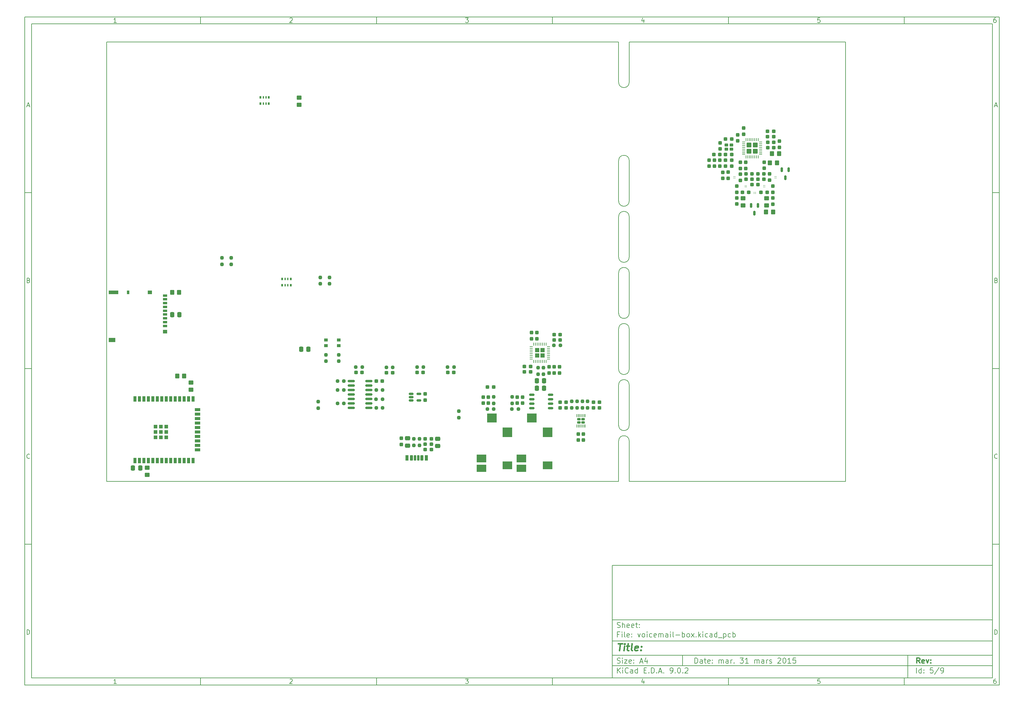
<source format=gtp>
%TF.GenerationSoftware,KiCad,Pcbnew,9.0.2*%
%TF.CreationDate,2025-06-04T21:18:05+02:00*%
%TF.ProjectId,voicemail-box,766f6963-656d-4616-996c-2d626f782e6b,rev?*%
%TF.SameCoordinates,Original*%
%TF.FileFunction,Paste,Top*%
%TF.FilePolarity,Positive*%
%FSLAX45Y45*%
G04 Gerber Fmt 4.5, Leading zero omitted, Abs format (unit mm)*
G04 Created by KiCad (PCBNEW 9.0.2) date 2025-06-04 21:18:05*
%MOMM*%
%LPD*%
G01*
G04 APERTURE LIST*
G04 Aperture macros list*
%AMRoundRect*
0 Rectangle with rounded corners*
0 $1 Rounding radius*
0 $2 $3 $4 $5 $6 $7 $8 $9 X,Y pos of 4 corners*
0 Add a 4 corners polygon primitive as box body*
4,1,4,$2,$3,$4,$5,$6,$7,$8,$9,$2,$3,0*
0 Add four circle primitives for the rounded corners*
1,1,$1+$1,$2,$3*
1,1,$1+$1,$4,$5*
1,1,$1+$1,$6,$7*
1,1,$1+$1,$8,$9*
0 Add four rect primitives between the rounded corners*
20,1,$1+$1,$2,$3,$4,$5,0*
20,1,$1+$1,$4,$5,$6,$7,0*
20,1,$1+$1,$6,$7,$8,$9,0*
20,1,$1+$1,$8,$9,$2,$3,0*%
G04 Aperture macros list end*
%ADD10C,0.100000*%
%ADD11C,0.150000*%
%ADD12C,0.300000*%
%ADD13C,0.400000*%
%ADD14RoundRect,0.250000X-0.375000X0.375000X-0.375000X-0.375000X0.375000X-0.375000X0.375000X0.375000X0*%
%ADD15RoundRect,0.062500X-0.062500X0.375000X-0.062500X-0.375000X0.062500X-0.375000X0.062500X0.375000X0*%
%ADD16RoundRect,0.062500X-0.375000X0.062500X-0.375000X-0.062500X0.375000X-0.062500X0.375000X0.062500X0*%
%ADD17R,0.228600X0.279400*%
%ADD18RoundRect,0.237500X-0.300000X-0.237500X0.300000X-0.237500X0.300000X0.237500X-0.300000X0.237500X0*%
%ADD19RoundRect,0.237500X0.237500X-0.250000X0.237500X0.250000X-0.237500X0.250000X-0.237500X-0.250000X0*%
%ADD20R,1.000000X0.820000*%
%ADD21RoundRect,0.237500X-0.237500X0.250000X-0.237500X-0.250000X0.237500X-0.250000X0.237500X0.250000X0*%
%ADD22RoundRect,0.237500X-0.237500X0.300000X-0.237500X-0.300000X0.237500X-0.300000X0.237500X0.300000X0*%
%ADD23RoundRect,0.250000X-0.475000X0.337500X-0.475000X-0.337500X0.475000X-0.337500X0.475000X0.337500X0*%
%ADD24RoundRect,0.237500X0.300000X0.237500X-0.300000X0.237500X-0.300000X-0.237500X0.300000X-0.237500X0*%
%ADD25RoundRect,0.237500X0.237500X-0.300000X0.237500X0.300000X-0.237500X0.300000X-0.237500X-0.300000X0*%
%ADD26RoundRect,0.250000X-0.337500X-0.475000X0.337500X-0.475000X0.337500X0.475000X-0.337500X0.475000X0*%
%ADD27RoundRect,0.237500X-0.250000X-0.237500X0.250000X-0.237500X0.250000X0.237500X-0.250000X0.237500X0*%
%ADD28RoundRect,0.237500X0.250000X0.237500X-0.250000X0.237500X-0.250000X-0.237500X0.250000X-0.237500X0*%
%ADD29RoundRect,0.237500X-0.287500X-0.237500X0.287500X-0.237500X0.287500X0.237500X-0.287500X0.237500X0*%
%ADD30R,2.800000X2.200000*%
%ADD31R,2.800000X2.000000*%
%ADD32R,2.800000X2.800000*%
%ADD33R,2.800000X2.600000*%
%ADD34R,0.500000X0.800000*%
%ADD35R,0.400000X0.800000*%
%ADD36RoundRect,0.250000X-0.450000X0.350000X-0.450000X-0.350000X0.450000X-0.350000X0.450000X0.350000X0*%
%ADD37RoundRect,0.250000X-0.350000X-0.450000X0.350000X-0.450000X0.350000X0.450000X-0.350000X0.450000X0*%
%ADD38RoundRect,0.250000X0.350000X0.450000X-0.350000X0.450000X-0.350000X-0.450000X0.350000X-0.450000X0*%
%ADD39RoundRect,0.150000X-0.150000X0.512500X-0.150000X-0.512500X0.150000X-0.512500X0.150000X0.512500X0*%
%ADD40RoundRect,0.102000X-0.373000X-0.323000X0.373000X-0.323000X0.373000X0.323000X-0.373000X0.323000X0*%
%ADD41RoundRect,0.175000X-0.175000X-0.625000X0.175000X-0.625000X0.175000X0.625000X-0.175000X0.625000X0*%
%ADD42RoundRect,0.200000X-0.200000X-0.600000X0.200000X-0.600000X0.200000X0.600000X-0.200000X0.600000X0*%
%ADD43RoundRect,0.225000X-0.225000X-0.575000X0.225000X-0.575000X0.225000X0.575000X-0.225000X0.575000X0*%
%ADD44RoundRect,0.250000X0.450000X-0.350000X0.450000X0.350000X-0.450000X0.350000X-0.450000X-0.350000X0*%
%ADD45RoundRect,0.150000X-0.825000X-0.150000X0.825000X-0.150000X0.825000X0.150000X-0.825000X0.150000X0*%
%ADD46RoundRect,0.150000X-0.512500X-0.150000X0.512500X-0.150000X0.512500X0.150000X-0.512500X0.150000X0*%
%ADD47R,0.900000X1.500000*%
%ADD48R,1.500000X0.900000*%
%ADD49R,1.050000X1.050000*%
%ADD50R,0.279400X0.228600*%
%ADD51RoundRect,0.237500X0.287500X0.237500X-0.287500X0.237500X-0.287500X-0.237500X0.287500X-0.237500X0*%
%ADD52RoundRect,0.250000X-0.455000X-0.455000X0.455000X-0.455000X0.455000X0.455000X-0.455000X0.455000X0*%
%ADD53RoundRect,0.062500X-0.375000X-0.062500X0.375000X-0.062500X0.375000X0.062500X-0.375000X0.062500X0*%
%ADD54RoundRect,0.062500X-0.062500X-0.375000X0.062500X-0.375000X0.062500X0.375000X-0.062500X0.375000X0*%
%ADD55R,1.200000X0.700000*%
%ADD56R,0.800000X1.000000*%
%ADD57R,1.200000X1.000000*%
%ADD58R,2.800000X1.000000*%
%ADD59R,1.900000X1.300000*%
%ADD60RoundRect,0.250000X0.337500X0.475000X-0.337500X0.475000X-0.337500X-0.475000X0.337500X-0.475000X0*%
%ADD61RoundRect,0.150000X-0.625000X-0.150000X0.625000X-0.150000X0.625000X0.150000X-0.625000X0.150000X0*%
%ADD62RoundRect,0.180000X-0.295000X0.180000X-0.295000X-0.180000X0.295000X-0.180000X0.295000X0.180000X0*%
%ADD63RoundRect,0.050000X-0.050000X0.337500X-0.050000X-0.337500X0.050000X-0.337500X0.050000X0.337500X0*%
%TA.AperFunction,Profile*%
%ADD64C,0.150000*%
%TD*%
G04 APERTURE END LIST*
D10*
D11*
X17700220Y-16600720D02*
X28500220Y-16600720D01*
X28500220Y-19800720D01*
X17700220Y-19800720D01*
X17700220Y-16600720D01*
D10*
D11*
X1000000Y-1000000D02*
X28700220Y-1000000D01*
X28700220Y-20000720D01*
X1000000Y-20000720D01*
X1000000Y-1000000D01*
D10*
D11*
X1200000Y-1200000D02*
X28500220Y-1200000D01*
X28500220Y-19800720D01*
X1200000Y-19800720D01*
X1200000Y-1200000D01*
D10*
D11*
X6000000Y-1200000D02*
X6000000Y-1000000D01*
D10*
D11*
X11000000Y-1200000D02*
X11000000Y-1000000D01*
D10*
D11*
X16000000Y-1200000D02*
X16000000Y-1000000D01*
D10*
D11*
X21000000Y-1200000D02*
X21000000Y-1000000D01*
D10*
D11*
X26000000Y-1200000D02*
X26000000Y-1000000D01*
D10*
D11*
X3608916Y-1159360D02*
X3534630Y-1159360D01*
X3571773Y-1159360D02*
X3571773Y-1029360D01*
X3571773Y-1029360D02*
X3559392Y-1047932D01*
X3559392Y-1047932D02*
X3547011Y-1060313D01*
X3547011Y-1060313D02*
X3534630Y-1066503D01*
D10*
D11*
X8534630Y-1041741D02*
X8540821Y-1035551D01*
X8540821Y-1035551D02*
X8553202Y-1029360D01*
X8553202Y-1029360D02*
X8584154Y-1029360D01*
X8584154Y-1029360D02*
X8596535Y-1035551D01*
X8596535Y-1035551D02*
X8602726Y-1041741D01*
X8602726Y-1041741D02*
X8608916Y-1054122D01*
X8608916Y-1054122D02*
X8608916Y-1066503D01*
X8608916Y-1066503D02*
X8602726Y-1085075D01*
X8602726Y-1085075D02*
X8528440Y-1159360D01*
X8528440Y-1159360D02*
X8608916Y-1159360D01*
D10*
D11*
X13528440Y-1029360D02*
X13608916Y-1029360D01*
X13608916Y-1029360D02*
X13565583Y-1078884D01*
X13565583Y-1078884D02*
X13584154Y-1078884D01*
X13584154Y-1078884D02*
X13596535Y-1085075D01*
X13596535Y-1085075D02*
X13602725Y-1091265D01*
X13602725Y-1091265D02*
X13608916Y-1103646D01*
X13608916Y-1103646D02*
X13608916Y-1134599D01*
X13608916Y-1134599D02*
X13602725Y-1146980D01*
X13602725Y-1146980D02*
X13596535Y-1153170D01*
X13596535Y-1153170D02*
X13584154Y-1159360D01*
X13584154Y-1159360D02*
X13547011Y-1159360D01*
X13547011Y-1159360D02*
X13534630Y-1153170D01*
X13534630Y-1153170D02*
X13528440Y-1146980D01*
D10*
D11*
X18596535Y-1072694D02*
X18596535Y-1159360D01*
X18565583Y-1023170D02*
X18534630Y-1116027D01*
X18534630Y-1116027D02*
X18615106Y-1116027D01*
D10*
D11*
X23602725Y-1029360D02*
X23540821Y-1029360D01*
X23540821Y-1029360D02*
X23534630Y-1091265D01*
X23534630Y-1091265D02*
X23540821Y-1085075D01*
X23540821Y-1085075D02*
X23553202Y-1078884D01*
X23553202Y-1078884D02*
X23584154Y-1078884D01*
X23584154Y-1078884D02*
X23596535Y-1085075D01*
X23596535Y-1085075D02*
X23602725Y-1091265D01*
X23602725Y-1091265D02*
X23608916Y-1103646D01*
X23608916Y-1103646D02*
X23608916Y-1134599D01*
X23608916Y-1134599D02*
X23602725Y-1146980D01*
X23602725Y-1146980D02*
X23596535Y-1153170D01*
X23596535Y-1153170D02*
X23584154Y-1159360D01*
X23584154Y-1159360D02*
X23553202Y-1159360D01*
X23553202Y-1159360D02*
X23540821Y-1153170D01*
X23540821Y-1153170D02*
X23534630Y-1146980D01*
D10*
D11*
X28596535Y-1029360D02*
X28571773Y-1029360D01*
X28571773Y-1029360D02*
X28559392Y-1035551D01*
X28559392Y-1035551D02*
X28553202Y-1041741D01*
X28553202Y-1041741D02*
X28540821Y-1060313D01*
X28540821Y-1060313D02*
X28534630Y-1085075D01*
X28534630Y-1085075D02*
X28534630Y-1134599D01*
X28534630Y-1134599D02*
X28540821Y-1146980D01*
X28540821Y-1146980D02*
X28547011Y-1153170D01*
X28547011Y-1153170D02*
X28559392Y-1159360D01*
X28559392Y-1159360D02*
X28584154Y-1159360D01*
X28584154Y-1159360D02*
X28596535Y-1153170D01*
X28596535Y-1153170D02*
X28602725Y-1146980D01*
X28602725Y-1146980D02*
X28608916Y-1134599D01*
X28608916Y-1134599D02*
X28608916Y-1103646D01*
X28608916Y-1103646D02*
X28602725Y-1091265D01*
X28602725Y-1091265D02*
X28596535Y-1085075D01*
X28596535Y-1085075D02*
X28584154Y-1078884D01*
X28584154Y-1078884D02*
X28559392Y-1078884D01*
X28559392Y-1078884D02*
X28547011Y-1085075D01*
X28547011Y-1085075D02*
X28540821Y-1091265D01*
X28540821Y-1091265D02*
X28534630Y-1103646D01*
D10*
D11*
X6000000Y-19800720D02*
X6000000Y-20000720D01*
D10*
D11*
X11000000Y-19800720D02*
X11000000Y-20000720D01*
D10*
D11*
X16000000Y-19800720D02*
X16000000Y-20000720D01*
D10*
D11*
X21000000Y-19800720D02*
X21000000Y-20000720D01*
D10*
D11*
X26000000Y-19800720D02*
X26000000Y-20000720D01*
D10*
D11*
X3608916Y-19960080D02*
X3534630Y-19960080D01*
X3571773Y-19960080D02*
X3571773Y-19830080D01*
X3571773Y-19830080D02*
X3559392Y-19848652D01*
X3559392Y-19848652D02*
X3547011Y-19861033D01*
X3547011Y-19861033D02*
X3534630Y-19867223D01*
D10*
D11*
X8534630Y-19842461D02*
X8540821Y-19836271D01*
X8540821Y-19836271D02*
X8553202Y-19830080D01*
X8553202Y-19830080D02*
X8584154Y-19830080D01*
X8584154Y-19830080D02*
X8596535Y-19836271D01*
X8596535Y-19836271D02*
X8602726Y-19842461D01*
X8602726Y-19842461D02*
X8608916Y-19854842D01*
X8608916Y-19854842D02*
X8608916Y-19867223D01*
X8608916Y-19867223D02*
X8602726Y-19885795D01*
X8602726Y-19885795D02*
X8528440Y-19960080D01*
X8528440Y-19960080D02*
X8608916Y-19960080D01*
D10*
D11*
X13528440Y-19830080D02*
X13608916Y-19830080D01*
X13608916Y-19830080D02*
X13565583Y-19879604D01*
X13565583Y-19879604D02*
X13584154Y-19879604D01*
X13584154Y-19879604D02*
X13596535Y-19885795D01*
X13596535Y-19885795D02*
X13602725Y-19891985D01*
X13602725Y-19891985D02*
X13608916Y-19904366D01*
X13608916Y-19904366D02*
X13608916Y-19935319D01*
X13608916Y-19935319D02*
X13602725Y-19947700D01*
X13602725Y-19947700D02*
X13596535Y-19953890D01*
X13596535Y-19953890D02*
X13584154Y-19960080D01*
X13584154Y-19960080D02*
X13547011Y-19960080D01*
X13547011Y-19960080D02*
X13534630Y-19953890D01*
X13534630Y-19953890D02*
X13528440Y-19947700D01*
D10*
D11*
X18596535Y-19873414D02*
X18596535Y-19960080D01*
X18565583Y-19823890D02*
X18534630Y-19916747D01*
X18534630Y-19916747D02*
X18615106Y-19916747D01*
D10*
D11*
X23602725Y-19830080D02*
X23540821Y-19830080D01*
X23540821Y-19830080D02*
X23534630Y-19891985D01*
X23534630Y-19891985D02*
X23540821Y-19885795D01*
X23540821Y-19885795D02*
X23553202Y-19879604D01*
X23553202Y-19879604D02*
X23584154Y-19879604D01*
X23584154Y-19879604D02*
X23596535Y-19885795D01*
X23596535Y-19885795D02*
X23602725Y-19891985D01*
X23602725Y-19891985D02*
X23608916Y-19904366D01*
X23608916Y-19904366D02*
X23608916Y-19935319D01*
X23608916Y-19935319D02*
X23602725Y-19947700D01*
X23602725Y-19947700D02*
X23596535Y-19953890D01*
X23596535Y-19953890D02*
X23584154Y-19960080D01*
X23584154Y-19960080D02*
X23553202Y-19960080D01*
X23553202Y-19960080D02*
X23540821Y-19953890D01*
X23540821Y-19953890D02*
X23534630Y-19947700D01*
D10*
D11*
X28596535Y-19830080D02*
X28571773Y-19830080D01*
X28571773Y-19830080D02*
X28559392Y-19836271D01*
X28559392Y-19836271D02*
X28553202Y-19842461D01*
X28553202Y-19842461D02*
X28540821Y-19861033D01*
X28540821Y-19861033D02*
X28534630Y-19885795D01*
X28534630Y-19885795D02*
X28534630Y-19935319D01*
X28534630Y-19935319D02*
X28540821Y-19947700D01*
X28540821Y-19947700D02*
X28547011Y-19953890D01*
X28547011Y-19953890D02*
X28559392Y-19960080D01*
X28559392Y-19960080D02*
X28584154Y-19960080D01*
X28584154Y-19960080D02*
X28596535Y-19953890D01*
X28596535Y-19953890D02*
X28602725Y-19947700D01*
X28602725Y-19947700D02*
X28608916Y-19935319D01*
X28608916Y-19935319D02*
X28608916Y-19904366D01*
X28608916Y-19904366D02*
X28602725Y-19891985D01*
X28602725Y-19891985D02*
X28596535Y-19885795D01*
X28596535Y-19885795D02*
X28584154Y-19879604D01*
X28584154Y-19879604D02*
X28559392Y-19879604D01*
X28559392Y-19879604D02*
X28547011Y-19885795D01*
X28547011Y-19885795D02*
X28540821Y-19891985D01*
X28540821Y-19891985D02*
X28534630Y-19904366D01*
D10*
D11*
X1000000Y-6000000D02*
X1200000Y-6000000D01*
D10*
D11*
X1000000Y-11000000D02*
X1200000Y-11000000D01*
D10*
D11*
X1000000Y-16000000D02*
X1200000Y-16000000D01*
D10*
D11*
X1069048Y-3522218D02*
X1130952Y-3522218D01*
X1056667Y-3559360D02*
X1100000Y-3429360D01*
X1100000Y-3429360D02*
X1143333Y-3559360D01*
D10*
D11*
X1109286Y-8491265D02*
X1127857Y-8497456D01*
X1127857Y-8497456D02*
X1134048Y-8503646D01*
X1134048Y-8503646D02*
X1140238Y-8516027D01*
X1140238Y-8516027D02*
X1140238Y-8534599D01*
X1140238Y-8534599D02*
X1134048Y-8546980D01*
X1134048Y-8546980D02*
X1127857Y-8553170D01*
X1127857Y-8553170D02*
X1115476Y-8559360D01*
X1115476Y-8559360D02*
X1065952Y-8559360D01*
X1065952Y-8559360D02*
X1065952Y-8429360D01*
X1065952Y-8429360D02*
X1109286Y-8429360D01*
X1109286Y-8429360D02*
X1121667Y-8435551D01*
X1121667Y-8435551D02*
X1127857Y-8441741D01*
X1127857Y-8441741D02*
X1134048Y-8454122D01*
X1134048Y-8454122D02*
X1134048Y-8466503D01*
X1134048Y-8466503D02*
X1127857Y-8478884D01*
X1127857Y-8478884D02*
X1121667Y-8485075D01*
X1121667Y-8485075D02*
X1109286Y-8491265D01*
X1109286Y-8491265D02*
X1065952Y-8491265D01*
D10*
D11*
X1140238Y-13546979D02*
X1134048Y-13553170D01*
X1134048Y-13553170D02*
X1115476Y-13559360D01*
X1115476Y-13559360D02*
X1103095Y-13559360D01*
X1103095Y-13559360D02*
X1084524Y-13553170D01*
X1084524Y-13553170D02*
X1072143Y-13540789D01*
X1072143Y-13540789D02*
X1065952Y-13528408D01*
X1065952Y-13528408D02*
X1059762Y-13503646D01*
X1059762Y-13503646D02*
X1059762Y-13485075D01*
X1059762Y-13485075D02*
X1065952Y-13460313D01*
X1065952Y-13460313D02*
X1072143Y-13447932D01*
X1072143Y-13447932D02*
X1084524Y-13435551D01*
X1084524Y-13435551D02*
X1103095Y-13429360D01*
X1103095Y-13429360D02*
X1115476Y-13429360D01*
X1115476Y-13429360D02*
X1134048Y-13435551D01*
X1134048Y-13435551D02*
X1140238Y-13441741D01*
D10*
D11*
X1065952Y-18559360D02*
X1065952Y-18429360D01*
X1065952Y-18429360D02*
X1096905Y-18429360D01*
X1096905Y-18429360D02*
X1115476Y-18435551D01*
X1115476Y-18435551D02*
X1127857Y-18447932D01*
X1127857Y-18447932D02*
X1134048Y-18460313D01*
X1134048Y-18460313D02*
X1140238Y-18485075D01*
X1140238Y-18485075D02*
X1140238Y-18503646D01*
X1140238Y-18503646D02*
X1134048Y-18528408D01*
X1134048Y-18528408D02*
X1127857Y-18540789D01*
X1127857Y-18540789D02*
X1115476Y-18553170D01*
X1115476Y-18553170D02*
X1096905Y-18559360D01*
X1096905Y-18559360D02*
X1065952Y-18559360D01*
D10*
D11*
X28700220Y-6000000D02*
X28500220Y-6000000D01*
D10*
D11*
X28700220Y-11000000D02*
X28500220Y-11000000D01*
D10*
D11*
X28700220Y-16000000D02*
X28500220Y-16000000D01*
D10*
D11*
X28569268Y-3522218D02*
X28631172Y-3522218D01*
X28556887Y-3559360D02*
X28600220Y-3429360D01*
X28600220Y-3429360D02*
X28643553Y-3559360D01*
D10*
D11*
X28609506Y-8491265D02*
X28628077Y-8497456D01*
X28628077Y-8497456D02*
X28634268Y-8503646D01*
X28634268Y-8503646D02*
X28640458Y-8516027D01*
X28640458Y-8516027D02*
X28640458Y-8534599D01*
X28640458Y-8534599D02*
X28634268Y-8546980D01*
X28634268Y-8546980D02*
X28628077Y-8553170D01*
X28628077Y-8553170D02*
X28615696Y-8559360D01*
X28615696Y-8559360D02*
X28566172Y-8559360D01*
X28566172Y-8559360D02*
X28566172Y-8429360D01*
X28566172Y-8429360D02*
X28609506Y-8429360D01*
X28609506Y-8429360D02*
X28621887Y-8435551D01*
X28621887Y-8435551D02*
X28628077Y-8441741D01*
X28628077Y-8441741D02*
X28634268Y-8454122D01*
X28634268Y-8454122D02*
X28634268Y-8466503D01*
X28634268Y-8466503D02*
X28628077Y-8478884D01*
X28628077Y-8478884D02*
X28621887Y-8485075D01*
X28621887Y-8485075D02*
X28609506Y-8491265D01*
X28609506Y-8491265D02*
X28566172Y-8491265D01*
D10*
D11*
X28640458Y-13546979D02*
X28634268Y-13553170D01*
X28634268Y-13553170D02*
X28615696Y-13559360D01*
X28615696Y-13559360D02*
X28603315Y-13559360D01*
X28603315Y-13559360D02*
X28584744Y-13553170D01*
X28584744Y-13553170D02*
X28572363Y-13540789D01*
X28572363Y-13540789D02*
X28566172Y-13528408D01*
X28566172Y-13528408D02*
X28559982Y-13503646D01*
X28559982Y-13503646D02*
X28559982Y-13485075D01*
X28559982Y-13485075D02*
X28566172Y-13460313D01*
X28566172Y-13460313D02*
X28572363Y-13447932D01*
X28572363Y-13447932D02*
X28584744Y-13435551D01*
X28584744Y-13435551D02*
X28603315Y-13429360D01*
X28603315Y-13429360D02*
X28615696Y-13429360D01*
X28615696Y-13429360D02*
X28634268Y-13435551D01*
X28634268Y-13435551D02*
X28640458Y-13441741D01*
D10*
D11*
X28566172Y-18559360D02*
X28566172Y-18429360D01*
X28566172Y-18429360D02*
X28597125Y-18429360D01*
X28597125Y-18429360D02*
X28615696Y-18435551D01*
X28615696Y-18435551D02*
X28628077Y-18447932D01*
X28628077Y-18447932D02*
X28634268Y-18460313D01*
X28634268Y-18460313D02*
X28640458Y-18485075D01*
X28640458Y-18485075D02*
X28640458Y-18503646D01*
X28640458Y-18503646D02*
X28634268Y-18528408D01*
X28634268Y-18528408D02*
X28628077Y-18540789D01*
X28628077Y-18540789D02*
X28615696Y-18553170D01*
X28615696Y-18553170D02*
X28597125Y-18559360D01*
X28597125Y-18559360D02*
X28566172Y-18559360D01*
D10*
D11*
X20045803Y-19379333D02*
X20045803Y-19229333D01*
X20045803Y-19229333D02*
X20081517Y-19229333D01*
X20081517Y-19229333D02*
X20102946Y-19236476D01*
X20102946Y-19236476D02*
X20117231Y-19250761D01*
X20117231Y-19250761D02*
X20124374Y-19265047D01*
X20124374Y-19265047D02*
X20131517Y-19293619D01*
X20131517Y-19293619D02*
X20131517Y-19315047D01*
X20131517Y-19315047D02*
X20124374Y-19343619D01*
X20124374Y-19343619D02*
X20117231Y-19357904D01*
X20117231Y-19357904D02*
X20102946Y-19372190D01*
X20102946Y-19372190D02*
X20081517Y-19379333D01*
X20081517Y-19379333D02*
X20045803Y-19379333D01*
X20260088Y-19379333D02*
X20260088Y-19300761D01*
X20260088Y-19300761D02*
X20252946Y-19286476D01*
X20252946Y-19286476D02*
X20238660Y-19279333D01*
X20238660Y-19279333D02*
X20210088Y-19279333D01*
X20210088Y-19279333D02*
X20195803Y-19286476D01*
X20260088Y-19372190D02*
X20245803Y-19379333D01*
X20245803Y-19379333D02*
X20210088Y-19379333D01*
X20210088Y-19379333D02*
X20195803Y-19372190D01*
X20195803Y-19372190D02*
X20188660Y-19357904D01*
X20188660Y-19357904D02*
X20188660Y-19343619D01*
X20188660Y-19343619D02*
X20195803Y-19329333D01*
X20195803Y-19329333D02*
X20210088Y-19322190D01*
X20210088Y-19322190D02*
X20245803Y-19322190D01*
X20245803Y-19322190D02*
X20260088Y-19315047D01*
X20310088Y-19279333D02*
X20367231Y-19279333D01*
X20331517Y-19229333D02*
X20331517Y-19357904D01*
X20331517Y-19357904D02*
X20338660Y-19372190D01*
X20338660Y-19372190D02*
X20352946Y-19379333D01*
X20352946Y-19379333D02*
X20367231Y-19379333D01*
X20474374Y-19372190D02*
X20460088Y-19379333D01*
X20460088Y-19379333D02*
X20431517Y-19379333D01*
X20431517Y-19379333D02*
X20417231Y-19372190D01*
X20417231Y-19372190D02*
X20410088Y-19357904D01*
X20410088Y-19357904D02*
X20410088Y-19300761D01*
X20410088Y-19300761D02*
X20417231Y-19286476D01*
X20417231Y-19286476D02*
X20431517Y-19279333D01*
X20431517Y-19279333D02*
X20460088Y-19279333D01*
X20460088Y-19279333D02*
X20474374Y-19286476D01*
X20474374Y-19286476D02*
X20481517Y-19300761D01*
X20481517Y-19300761D02*
X20481517Y-19315047D01*
X20481517Y-19315047D02*
X20410088Y-19329333D01*
X20545803Y-19365047D02*
X20552946Y-19372190D01*
X20552946Y-19372190D02*
X20545803Y-19379333D01*
X20545803Y-19379333D02*
X20538660Y-19372190D01*
X20538660Y-19372190D02*
X20545803Y-19365047D01*
X20545803Y-19365047D02*
X20545803Y-19379333D01*
X20545803Y-19286476D02*
X20552946Y-19293619D01*
X20552946Y-19293619D02*
X20545803Y-19300761D01*
X20545803Y-19300761D02*
X20538660Y-19293619D01*
X20538660Y-19293619D02*
X20545803Y-19286476D01*
X20545803Y-19286476D02*
X20545803Y-19300761D01*
X20731517Y-19379333D02*
X20731517Y-19279333D01*
X20731517Y-19293619D02*
X20738660Y-19286476D01*
X20738660Y-19286476D02*
X20752946Y-19279333D01*
X20752946Y-19279333D02*
X20774374Y-19279333D01*
X20774374Y-19279333D02*
X20788660Y-19286476D01*
X20788660Y-19286476D02*
X20795803Y-19300761D01*
X20795803Y-19300761D02*
X20795803Y-19379333D01*
X20795803Y-19300761D02*
X20802946Y-19286476D01*
X20802946Y-19286476D02*
X20817231Y-19279333D01*
X20817231Y-19279333D02*
X20838660Y-19279333D01*
X20838660Y-19279333D02*
X20852946Y-19286476D01*
X20852946Y-19286476D02*
X20860088Y-19300761D01*
X20860088Y-19300761D02*
X20860088Y-19379333D01*
X20995803Y-19379333D02*
X20995803Y-19300761D01*
X20995803Y-19300761D02*
X20988660Y-19286476D01*
X20988660Y-19286476D02*
X20974374Y-19279333D01*
X20974374Y-19279333D02*
X20945803Y-19279333D01*
X20945803Y-19279333D02*
X20931517Y-19286476D01*
X20995803Y-19372190D02*
X20981517Y-19379333D01*
X20981517Y-19379333D02*
X20945803Y-19379333D01*
X20945803Y-19379333D02*
X20931517Y-19372190D01*
X20931517Y-19372190D02*
X20924374Y-19357904D01*
X20924374Y-19357904D02*
X20924374Y-19343619D01*
X20924374Y-19343619D02*
X20931517Y-19329333D01*
X20931517Y-19329333D02*
X20945803Y-19322190D01*
X20945803Y-19322190D02*
X20981517Y-19322190D01*
X20981517Y-19322190D02*
X20995803Y-19315047D01*
X21067231Y-19379333D02*
X21067231Y-19279333D01*
X21067231Y-19307904D02*
X21074374Y-19293619D01*
X21074374Y-19293619D02*
X21081517Y-19286476D01*
X21081517Y-19286476D02*
X21095803Y-19279333D01*
X21095803Y-19279333D02*
X21110088Y-19279333D01*
X21160088Y-19365047D02*
X21167231Y-19372190D01*
X21167231Y-19372190D02*
X21160088Y-19379333D01*
X21160088Y-19379333D02*
X21152946Y-19372190D01*
X21152946Y-19372190D02*
X21160088Y-19365047D01*
X21160088Y-19365047D02*
X21160088Y-19379333D01*
X21331517Y-19229333D02*
X21424374Y-19229333D01*
X21424374Y-19229333D02*
X21374374Y-19286476D01*
X21374374Y-19286476D02*
X21395803Y-19286476D01*
X21395803Y-19286476D02*
X21410088Y-19293619D01*
X21410088Y-19293619D02*
X21417231Y-19300761D01*
X21417231Y-19300761D02*
X21424374Y-19315047D01*
X21424374Y-19315047D02*
X21424374Y-19350761D01*
X21424374Y-19350761D02*
X21417231Y-19365047D01*
X21417231Y-19365047D02*
X21410088Y-19372190D01*
X21410088Y-19372190D02*
X21395803Y-19379333D01*
X21395803Y-19379333D02*
X21352946Y-19379333D01*
X21352946Y-19379333D02*
X21338660Y-19372190D01*
X21338660Y-19372190D02*
X21331517Y-19365047D01*
X21567231Y-19379333D02*
X21481517Y-19379333D01*
X21524374Y-19379333D02*
X21524374Y-19229333D01*
X21524374Y-19229333D02*
X21510088Y-19250761D01*
X21510088Y-19250761D02*
X21495803Y-19265047D01*
X21495803Y-19265047D02*
X21481517Y-19272190D01*
X21745803Y-19379333D02*
X21745803Y-19279333D01*
X21745803Y-19293619D02*
X21752945Y-19286476D01*
X21752945Y-19286476D02*
X21767231Y-19279333D01*
X21767231Y-19279333D02*
X21788660Y-19279333D01*
X21788660Y-19279333D02*
X21802945Y-19286476D01*
X21802945Y-19286476D02*
X21810088Y-19300761D01*
X21810088Y-19300761D02*
X21810088Y-19379333D01*
X21810088Y-19300761D02*
X21817231Y-19286476D01*
X21817231Y-19286476D02*
X21831517Y-19279333D01*
X21831517Y-19279333D02*
X21852945Y-19279333D01*
X21852945Y-19279333D02*
X21867231Y-19286476D01*
X21867231Y-19286476D02*
X21874374Y-19300761D01*
X21874374Y-19300761D02*
X21874374Y-19379333D01*
X22010088Y-19379333D02*
X22010088Y-19300761D01*
X22010088Y-19300761D02*
X22002945Y-19286476D01*
X22002945Y-19286476D02*
X21988660Y-19279333D01*
X21988660Y-19279333D02*
X21960088Y-19279333D01*
X21960088Y-19279333D02*
X21945803Y-19286476D01*
X22010088Y-19372190D02*
X21995803Y-19379333D01*
X21995803Y-19379333D02*
X21960088Y-19379333D01*
X21960088Y-19379333D02*
X21945803Y-19372190D01*
X21945803Y-19372190D02*
X21938660Y-19357904D01*
X21938660Y-19357904D02*
X21938660Y-19343619D01*
X21938660Y-19343619D02*
X21945803Y-19329333D01*
X21945803Y-19329333D02*
X21960088Y-19322190D01*
X21960088Y-19322190D02*
X21995803Y-19322190D01*
X21995803Y-19322190D02*
X22010088Y-19315047D01*
X22081517Y-19379333D02*
X22081517Y-19279333D01*
X22081517Y-19307904D02*
X22088660Y-19293619D01*
X22088660Y-19293619D02*
X22095803Y-19286476D01*
X22095803Y-19286476D02*
X22110088Y-19279333D01*
X22110088Y-19279333D02*
X22124374Y-19279333D01*
X22167231Y-19372190D02*
X22181517Y-19379333D01*
X22181517Y-19379333D02*
X22210088Y-19379333D01*
X22210088Y-19379333D02*
X22224374Y-19372190D01*
X22224374Y-19372190D02*
X22231517Y-19357904D01*
X22231517Y-19357904D02*
X22231517Y-19350761D01*
X22231517Y-19350761D02*
X22224374Y-19336476D01*
X22224374Y-19336476D02*
X22210088Y-19329333D01*
X22210088Y-19329333D02*
X22188660Y-19329333D01*
X22188660Y-19329333D02*
X22174374Y-19322190D01*
X22174374Y-19322190D02*
X22167231Y-19307904D01*
X22167231Y-19307904D02*
X22167231Y-19300761D01*
X22167231Y-19300761D02*
X22174374Y-19286476D01*
X22174374Y-19286476D02*
X22188660Y-19279333D01*
X22188660Y-19279333D02*
X22210088Y-19279333D01*
X22210088Y-19279333D02*
X22224374Y-19286476D01*
X22402945Y-19243619D02*
X22410088Y-19236476D01*
X22410088Y-19236476D02*
X22424374Y-19229333D01*
X22424374Y-19229333D02*
X22460088Y-19229333D01*
X22460088Y-19229333D02*
X22474374Y-19236476D01*
X22474374Y-19236476D02*
X22481517Y-19243619D01*
X22481517Y-19243619D02*
X22488660Y-19257904D01*
X22488660Y-19257904D02*
X22488660Y-19272190D01*
X22488660Y-19272190D02*
X22481517Y-19293619D01*
X22481517Y-19293619D02*
X22395802Y-19379333D01*
X22395802Y-19379333D02*
X22488660Y-19379333D01*
X22581517Y-19229333D02*
X22595802Y-19229333D01*
X22595802Y-19229333D02*
X22610088Y-19236476D01*
X22610088Y-19236476D02*
X22617231Y-19243619D01*
X22617231Y-19243619D02*
X22624374Y-19257904D01*
X22624374Y-19257904D02*
X22631517Y-19286476D01*
X22631517Y-19286476D02*
X22631517Y-19322190D01*
X22631517Y-19322190D02*
X22624374Y-19350761D01*
X22624374Y-19350761D02*
X22617231Y-19365047D01*
X22617231Y-19365047D02*
X22610088Y-19372190D01*
X22610088Y-19372190D02*
X22595802Y-19379333D01*
X22595802Y-19379333D02*
X22581517Y-19379333D01*
X22581517Y-19379333D02*
X22567231Y-19372190D01*
X22567231Y-19372190D02*
X22560088Y-19365047D01*
X22560088Y-19365047D02*
X22552945Y-19350761D01*
X22552945Y-19350761D02*
X22545802Y-19322190D01*
X22545802Y-19322190D02*
X22545802Y-19286476D01*
X22545802Y-19286476D02*
X22552945Y-19257904D01*
X22552945Y-19257904D02*
X22560088Y-19243619D01*
X22560088Y-19243619D02*
X22567231Y-19236476D01*
X22567231Y-19236476D02*
X22581517Y-19229333D01*
X22774374Y-19379333D02*
X22688660Y-19379333D01*
X22731517Y-19379333D02*
X22731517Y-19229333D01*
X22731517Y-19229333D02*
X22717231Y-19250761D01*
X22717231Y-19250761D02*
X22702945Y-19265047D01*
X22702945Y-19265047D02*
X22688660Y-19272190D01*
X22910088Y-19229333D02*
X22838659Y-19229333D01*
X22838659Y-19229333D02*
X22831517Y-19300761D01*
X22831517Y-19300761D02*
X22838659Y-19293619D01*
X22838659Y-19293619D02*
X22852945Y-19286476D01*
X22852945Y-19286476D02*
X22888659Y-19286476D01*
X22888659Y-19286476D02*
X22902945Y-19293619D01*
X22902945Y-19293619D02*
X22910088Y-19300761D01*
X22910088Y-19300761D02*
X22917231Y-19315047D01*
X22917231Y-19315047D02*
X22917231Y-19350761D01*
X22917231Y-19350761D02*
X22910088Y-19365047D01*
X22910088Y-19365047D02*
X22902945Y-19372190D01*
X22902945Y-19372190D02*
X22888659Y-19379333D01*
X22888659Y-19379333D02*
X22852945Y-19379333D01*
X22852945Y-19379333D02*
X22838659Y-19372190D01*
X22838659Y-19372190D02*
X22831517Y-19365047D01*
D10*
D11*
X17700220Y-19450720D02*
X28500220Y-19450720D01*
D10*
D11*
X17845803Y-19659333D02*
X17845803Y-19509333D01*
X17931517Y-19659333D02*
X17867231Y-19573619D01*
X17931517Y-19509333D02*
X17845803Y-19595047D01*
X17995803Y-19659333D02*
X17995803Y-19559333D01*
X17995803Y-19509333D02*
X17988660Y-19516476D01*
X17988660Y-19516476D02*
X17995803Y-19523619D01*
X17995803Y-19523619D02*
X18002946Y-19516476D01*
X18002946Y-19516476D02*
X17995803Y-19509333D01*
X17995803Y-19509333D02*
X17995803Y-19523619D01*
X18152946Y-19645047D02*
X18145803Y-19652190D01*
X18145803Y-19652190D02*
X18124374Y-19659333D01*
X18124374Y-19659333D02*
X18110088Y-19659333D01*
X18110088Y-19659333D02*
X18088660Y-19652190D01*
X18088660Y-19652190D02*
X18074374Y-19637904D01*
X18074374Y-19637904D02*
X18067231Y-19623619D01*
X18067231Y-19623619D02*
X18060088Y-19595047D01*
X18060088Y-19595047D02*
X18060088Y-19573619D01*
X18060088Y-19573619D02*
X18067231Y-19545047D01*
X18067231Y-19545047D02*
X18074374Y-19530761D01*
X18074374Y-19530761D02*
X18088660Y-19516476D01*
X18088660Y-19516476D02*
X18110088Y-19509333D01*
X18110088Y-19509333D02*
X18124374Y-19509333D01*
X18124374Y-19509333D02*
X18145803Y-19516476D01*
X18145803Y-19516476D02*
X18152946Y-19523619D01*
X18281517Y-19659333D02*
X18281517Y-19580761D01*
X18281517Y-19580761D02*
X18274374Y-19566476D01*
X18274374Y-19566476D02*
X18260088Y-19559333D01*
X18260088Y-19559333D02*
X18231517Y-19559333D01*
X18231517Y-19559333D02*
X18217231Y-19566476D01*
X18281517Y-19652190D02*
X18267231Y-19659333D01*
X18267231Y-19659333D02*
X18231517Y-19659333D01*
X18231517Y-19659333D02*
X18217231Y-19652190D01*
X18217231Y-19652190D02*
X18210088Y-19637904D01*
X18210088Y-19637904D02*
X18210088Y-19623619D01*
X18210088Y-19623619D02*
X18217231Y-19609333D01*
X18217231Y-19609333D02*
X18231517Y-19602190D01*
X18231517Y-19602190D02*
X18267231Y-19602190D01*
X18267231Y-19602190D02*
X18281517Y-19595047D01*
X18417231Y-19659333D02*
X18417231Y-19509333D01*
X18417231Y-19652190D02*
X18402946Y-19659333D01*
X18402946Y-19659333D02*
X18374374Y-19659333D01*
X18374374Y-19659333D02*
X18360088Y-19652190D01*
X18360088Y-19652190D02*
X18352946Y-19645047D01*
X18352946Y-19645047D02*
X18345803Y-19630761D01*
X18345803Y-19630761D02*
X18345803Y-19587904D01*
X18345803Y-19587904D02*
X18352946Y-19573619D01*
X18352946Y-19573619D02*
X18360088Y-19566476D01*
X18360088Y-19566476D02*
X18374374Y-19559333D01*
X18374374Y-19559333D02*
X18402946Y-19559333D01*
X18402946Y-19559333D02*
X18417231Y-19566476D01*
X18602946Y-19580761D02*
X18652946Y-19580761D01*
X18674374Y-19659333D02*
X18602946Y-19659333D01*
X18602946Y-19659333D02*
X18602946Y-19509333D01*
X18602946Y-19509333D02*
X18674374Y-19509333D01*
X18738660Y-19645047D02*
X18745803Y-19652190D01*
X18745803Y-19652190D02*
X18738660Y-19659333D01*
X18738660Y-19659333D02*
X18731517Y-19652190D01*
X18731517Y-19652190D02*
X18738660Y-19645047D01*
X18738660Y-19645047D02*
X18738660Y-19659333D01*
X18810088Y-19659333D02*
X18810088Y-19509333D01*
X18810088Y-19509333D02*
X18845803Y-19509333D01*
X18845803Y-19509333D02*
X18867231Y-19516476D01*
X18867231Y-19516476D02*
X18881517Y-19530761D01*
X18881517Y-19530761D02*
X18888660Y-19545047D01*
X18888660Y-19545047D02*
X18895803Y-19573619D01*
X18895803Y-19573619D02*
X18895803Y-19595047D01*
X18895803Y-19595047D02*
X18888660Y-19623619D01*
X18888660Y-19623619D02*
X18881517Y-19637904D01*
X18881517Y-19637904D02*
X18867231Y-19652190D01*
X18867231Y-19652190D02*
X18845803Y-19659333D01*
X18845803Y-19659333D02*
X18810088Y-19659333D01*
X18960088Y-19645047D02*
X18967231Y-19652190D01*
X18967231Y-19652190D02*
X18960088Y-19659333D01*
X18960088Y-19659333D02*
X18952946Y-19652190D01*
X18952946Y-19652190D02*
X18960088Y-19645047D01*
X18960088Y-19645047D02*
X18960088Y-19659333D01*
X19024374Y-19616476D02*
X19095803Y-19616476D01*
X19010089Y-19659333D02*
X19060089Y-19509333D01*
X19060089Y-19509333D02*
X19110089Y-19659333D01*
X19160088Y-19645047D02*
X19167231Y-19652190D01*
X19167231Y-19652190D02*
X19160088Y-19659333D01*
X19160088Y-19659333D02*
X19152946Y-19652190D01*
X19152946Y-19652190D02*
X19160088Y-19645047D01*
X19160088Y-19645047D02*
X19160088Y-19659333D01*
X19352946Y-19659333D02*
X19381517Y-19659333D01*
X19381517Y-19659333D02*
X19395803Y-19652190D01*
X19395803Y-19652190D02*
X19402946Y-19645047D01*
X19402946Y-19645047D02*
X19417231Y-19623619D01*
X19417231Y-19623619D02*
X19424374Y-19595047D01*
X19424374Y-19595047D02*
X19424374Y-19537904D01*
X19424374Y-19537904D02*
X19417231Y-19523619D01*
X19417231Y-19523619D02*
X19410089Y-19516476D01*
X19410089Y-19516476D02*
X19395803Y-19509333D01*
X19395803Y-19509333D02*
X19367231Y-19509333D01*
X19367231Y-19509333D02*
X19352946Y-19516476D01*
X19352946Y-19516476D02*
X19345803Y-19523619D01*
X19345803Y-19523619D02*
X19338660Y-19537904D01*
X19338660Y-19537904D02*
X19338660Y-19573619D01*
X19338660Y-19573619D02*
X19345803Y-19587904D01*
X19345803Y-19587904D02*
X19352946Y-19595047D01*
X19352946Y-19595047D02*
X19367231Y-19602190D01*
X19367231Y-19602190D02*
X19395803Y-19602190D01*
X19395803Y-19602190D02*
X19410089Y-19595047D01*
X19410089Y-19595047D02*
X19417231Y-19587904D01*
X19417231Y-19587904D02*
X19424374Y-19573619D01*
X19488660Y-19645047D02*
X19495803Y-19652190D01*
X19495803Y-19652190D02*
X19488660Y-19659333D01*
X19488660Y-19659333D02*
X19481517Y-19652190D01*
X19481517Y-19652190D02*
X19488660Y-19645047D01*
X19488660Y-19645047D02*
X19488660Y-19659333D01*
X19588660Y-19509333D02*
X19602946Y-19509333D01*
X19602946Y-19509333D02*
X19617231Y-19516476D01*
X19617231Y-19516476D02*
X19624374Y-19523619D01*
X19624374Y-19523619D02*
X19631517Y-19537904D01*
X19631517Y-19537904D02*
X19638660Y-19566476D01*
X19638660Y-19566476D02*
X19638660Y-19602190D01*
X19638660Y-19602190D02*
X19631517Y-19630761D01*
X19631517Y-19630761D02*
X19624374Y-19645047D01*
X19624374Y-19645047D02*
X19617231Y-19652190D01*
X19617231Y-19652190D02*
X19602946Y-19659333D01*
X19602946Y-19659333D02*
X19588660Y-19659333D01*
X19588660Y-19659333D02*
X19574374Y-19652190D01*
X19574374Y-19652190D02*
X19567231Y-19645047D01*
X19567231Y-19645047D02*
X19560088Y-19630761D01*
X19560088Y-19630761D02*
X19552946Y-19602190D01*
X19552946Y-19602190D02*
X19552946Y-19566476D01*
X19552946Y-19566476D02*
X19560088Y-19537904D01*
X19560088Y-19537904D02*
X19567231Y-19523619D01*
X19567231Y-19523619D02*
X19574374Y-19516476D01*
X19574374Y-19516476D02*
X19588660Y-19509333D01*
X19702946Y-19645047D02*
X19710088Y-19652190D01*
X19710088Y-19652190D02*
X19702946Y-19659333D01*
X19702946Y-19659333D02*
X19695803Y-19652190D01*
X19695803Y-19652190D02*
X19702946Y-19645047D01*
X19702946Y-19645047D02*
X19702946Y-19659333D01*
X19767231Y-19523619D02*
X19774374Y-19516476D01*
X19774374Y-19516476D02*
X19788660Y-19509333D01*
X19788660Y-19509333D02*
X19824374Y-19509333D01*
X19824374Y-19509333D02*
X19838660Y-19516476D01*
X19838660Y-19516476D02*
X19845803Y-19523619D01*
X19845803Y-19523619D02*
X19852946Y-19537904D01*
X19852946Y-19537904D02*
X19852946Y-19552190D01*
X19852946Y-19552190D02*
X19845803Y-19573619D01*
X19845803Y-19573619D02*
X19760088Y-19659333D01*
X19760088Y-19659333D02*
X19852946Y-19659333D01*
D10*
D11*
X17700220Y-19150720D02*
X28500220Y-19150720D01*
D10*
D12*
X26441385Y-19378553D02*
X26391385Y-19307124D01*
X26355671Y-19378553D02*
X26355671Y-19228553D01*
X26355671Y-19228553D02*
X26412814Y-19228553D01*
X26412814Y-19228553D02*
X26427100Y-19235696D01*
X26427100Y-19235696D02*
X26434242Y-19242839D01*
X26434242Y-19242839D02*
X26441385Y-19257124D01*
X26441385Y-19257124D02*
X26441385Y-19278553D01*
X26441385Y-19278553D02*
X26434242Y-19292839D01*
X26434242Y-19292839D02*
X26427100Y-19299981D01*
X26427100Y-19299981D02*
X26412814Y-19307124D01*
X26412814Y-19307124D02*
X26355671Y-19307124D01*
X26562814Y-19371410D02*
X26548528Y-19378553D01*
X26548528Y-19378553D02*
X26519957Y-19378553D01*
X26519957Y-19378553D02*
X26505671Y-19371410D01*
X26505671Y-19371410D02*
X26498528Y-19357124D01*
X26498528Y-19357124D02*
X26498528Y-19299981D01*
X26498528Y-19299981D02*
X26505671Y-19285696D01*
X26505671Y-19285696D02*
X26519957Y-19278553D01*
X26519957Y-19278553D02*
X26548528Y-19278553D01*
X26548528Y-19278553D02*
X26562814Y-19285696D01*
X26562814Y-19285696D02*
X26569957Y-19299981D01*
X26569957Y-19299981D02*
X26569957Y-19314267D01*
X26569957Y-19314267D02*
X26498528Y-19328553D01*
X26619957Y-19278553D02*
X26655671Y-19378553D01*
X26655671Y-19378553D02*
X26691385Y-19278553D01*
X26748528Y-19364267D02*
X26755671Y-19371410D01*
X26755671Y-19371410D02*
X26748528Y-19378553D01*
X26748528Y-19378553D02*
X26741385Y-19371410D01*
X26741385Y-19371410D02*
X26748528Y-19364267D01*
X26748528Y-19364267D02*
X26748528Y-19378553D01*
X26748528Y-19285696D02*
X26755671Y-19292839D01*
X26755671Y-19292839D02*
X26748528Y-19299981D01*
X26748528Y-19299981D02*
X26741385Y-19292839D01*
X26741385Y-19292839D02*
X26748528Y-19285696D01*
X26748528Y-19285696D02*
X26748528Y-19299981D01*
D10*
D11*
X17838660Y-19372190D02*
X17860088Y-19379333D01*
X17860088Y-19379333D02*
X17895803Y-19379333D01*
X17895803Y-19379333D02*
X17910088Y-19372190D01*
X17910088Y-19372190D02*
X17917231Y-19365047D01*
X17917231Y-19365047D02*
X17924374Y-19350761D01*
X17924374Y-19350761D02*
X17924374Y-19336476D01*
X17924374Y-19336476D02*
X17917231Y-19322190D01*
X17917231Y-19322190D02*
X17910088Y-19315047D01*
X17910088Y-19315047D02*
X17895803Y-19307904D01*
X17895803Y-19307904D02*
X17867231Y-19300761D01*
X17867231Y-19300761D02*
X17852946Y-19293619D01*
X17852946Y-19293619D02*
X17845803Y-19286476D01*
X17845803Y-19286476D02*
X17838660Y-19272190D01*
X17838660Y-19272190D02*
X17838660Y-19257904D01*
X17838660Y-19257904D02*
X17845803Y-19243619D01*
X17845803Y-19243619D02*
X17852946Y-19236476D01*
X17852946Y-19236476D02*
X17867231Y-19229333D01*
X17867231Y-19229333D02*
X17902946Y-19229333D01*
X17902946Y-19229333D02*
X17924374Y-19236476D01*
X17988660Y-19379333D02*
X17988660Y-19279333D01*
X17988660Y-19229333D02*
X17981517Y-19236476D01*
X17981517Y-19236476D02*
X17988660Y-19243619D01*
X17988660Y-19243619D02*
X17995803Y-19236476D01*
X17995803Y-19236476D02*
X17988660Y-19229333D01*
X17988660Y-19229333D02*
X17988660Y-19243619D01*
X18045803Y-19279333D02*
X18124374Y-19279333D01*
X18124374Y-19279333D02*
X18045803Y-19379333D01*
X18045803Y-19379333D02*
X18124374Y-19379333D01*
X18238660Y-19372190D02*
X18224374Y-19379333D01*
X18224374Y-19379333D02*
X18195803Y-19379333D01*
X18195803Y-19379333D02*
X18181517Y-19372190D01*
X18181517Y-19372190D02*
X18174374Y-19357904D01*
X18174374Y-19357904D02*
X18174374Y-19300761D01*
X18174374Y-19300761D02*
X18181517Y-19286476D01*
X18181517Y-19286476D02*
X18195803Y-19279333D01*
X18195803Y-19279333D02*
X18224374Y-19279333D01*
X18224374Y-19279333D02*
X18238660Y-19286476D01*
X18238660Y-19286476D02*
X18245803Y-19300761D01*
X18245803Y-19300761D02*
X18245803Y-19315047D01*
X18245803Y-19315047D02*
X18174374Y-19329333D01*
X18310088Y-19365047D02*
X18317231Y-19372190D01*
X18317231Y-19372190D02*
X18310088Y-19379333D01*
X18310088Y-19379333D02*
X18302946Y-19372190D01*
X18302946Y-19372190D02*
X18310088Y-19365047D01*
X18310088Y-19365047D02*
X18310088Y-19379333D01*
X18310088Y-19286476D02*
X18317231Y-19293619D01*
X18317231Y-19293619D02*
X18310088Y-19300761D01*
X18310088Y-19300761D02*
X18302946Y-19293619D01*
X18302946Y-19293619D02*
X18310088Y-19286476D01*
X18310088Y-19286476D02*
X18310088Y-19300761D01*
X18488660Y-19336476D02*
X18560088Y-19336476D01*
X18474374Y-19379333D02*
X18524374Y-19229333D01*
X18524374Y-19229333D02*
X18574374Y-19379333D01*
X18688660Y-19279333D02*
X18688660Y-19379333D01*
X18652946Y-19222190D02*
X18617231Y-19329333D01*
X18617231Y-19329333D02*
X18710088Y-19329333D01*
D10*
D11*
X26345803Y-19659333D02*
X26345803Y-19509333D01*
X26481517Y-19659333D02*
X26481517Y-19509333D01*
X26481517Y-19652190D02*
X26467231Y-19659333D01*
X26467231Y-19659333D02*
X26438660Y-19659333D01*
X26438660Y-19659333D02*
X26424374Y-19652190D01*
X26424374Y-19652190D02*
X26417231Y-19645047D01*
X26417231Y-19645047D02*
X26410088Y-19630761D01*
X26410088Y-19630761D02*
X26410088Y-19587904D01*
X26410088Y-19587904D02*
X26417231Y-19573619D01*
X26417231Y-19573619D02*
X26424374Y-19566476D01*
X26424374Y-19566476D02*
X26438660Y-19559333D01*
X26438660Y-19559333D02*
X26467231Y-19559333D01*
X26467231Y-19559333D02*
X26481517Y-19566476D01*
X26552945Y-19645047D02*
X26560088Y-19652190D01*
X26560088Y-19652190D02*
X26552945Y-19659333D01*
X26552945Y-19659333D02*
X26545803Y-19652190D01*
X26545803Y-19652190D02*
X26552945Y-19645047D01*
X26552945Y-19645047D02*
X26552945Y-19659333D01*
X26552945Y-19566476D02*
X26560088Y-19573619D01*
X26560088Y-19573619D02*
X26552945Y-19580761D01*
X26552945Y-19580761D02*
X26545803Y-19573619D01*
X26545803Y-19573619D02*
X26552945Y-19566476D01*
X26552945Y-19566476D02*
X26552945Y-19580761D01*
X26810088Y-19509333D02*
X26738660Y-19509333D01*
X26738660Y-19509333D02*
X26731517Y-19580761D01*
X26731517Y-19580761D02*
X26738660Y-19573619D01*
X26738660Y-19573619D02*
X26752946Y-19566476D01*
X26752946Y-19566476D02*
X26788660Y-19566476D01*
X26788660Y-19566476D02*
X26802946Y-19573619D01*
X26802946Y-19573619D02*
X26810088Y-19580761D01*
X26810088Y-19580761D02*
X26817231Y-19595047D01*
X26817231Y-19595047D02*
X26817231Y-19630761D01*
X26817231Y-19630761D02*
X26810088Y-19645047D01*
X26810088Y-19645047D02*
X26802946Y-19652190D01*
X26802946Y-19652190D02*
X26788660Y-19659333D01*
X26788660Y-19659333D02*
X26752946Y-19659333D01*
X26752946Y-19659333D02*
X26738660Y-19652190D01*
X26738660Y-19652190D02*
X26731517Y-19645047D01*
X26988660Y-19502190D02*
X26860088Y-19695047D01*
X27045803Y-19659333D02*
X27074374Y-19659333D01*
X27074374Y-19659333D02*
X27088660Y-19652190D01*
X27088660Y-19652190D02*
X27095803Y-19645047D01*
X27095803Y-19645047D02*
X27110088Y-19623619D01*
X27110088Y-19623619D02*
X27117231Y-19595047D01*
X27117231Y-19595047D02*
X27117231Y-19537904D01*
X27117231Y-19537904D02*
X27110088Y-19523619D01*
X27110088Y-19523619D02*
X27102946Y-19516476D01*
X27102946Y-19516476D02*
X27088660Y-19509333D01*
X27088660Y-19509333D02*
X27060088Y-19509333D01*
X27060088Y-19509333D02*
X27045803Y-19516476D01*
X27045803Y-19516476D02*
X27038660Y-19523619D01*
X27038660Y-19523619D02*
X27031517Y-19537904D01*
X27031517Y-19537904D02*
X27031517Y-19573619D01*
X27031517Y-19573619D02*
X27038660Y-19587904D01*
X27038660Y-19587904D02*
X27045803Y-19595047D01*
X27045803Y-19595047D02*
X27060088Y-19602190D01*
X27060088Y-19602190D02*
X27088660Y-19602190D01*
X27088660Y-19602190D02*
X27102946Y-19595047D01*
X27102946Y-19595047D02*
X27110088Y-19587904D01*
X27110088Y-19587904D02*
X27117231Y-19573619D01*
D10*
D11*
X17700220Y-18750720D02*
X28500220Y-18750720D01*
D10*
D13*
X17869393Y-18821164D02*
X17983679Y-18821164D01*
X17901536Y-19021164D02*
X17926536Y-18821164D01*
X18025345Y-19021164D02*
X18042012Y-18887830D01*
X18050345Y-18821164D02*
X18039631Y-18830688D01*
X18039631Y-18830688D02*
X18047964Y-18840211D01*
X18047964Y-18840211D02*
X18058679Y-18830688D01*
X18058679Y-18830688D02*
X18050345Y-18821164D01*
X18050345Y-18821164D02*
X18047964Y-18840211D01*
X18108679Y-18887830D02*
X18184869Y-18887830D01*
X18145583Y-18821164D02*
X18124155Y-18992592D01*
X18124155Y-18992592D02*
X18131298Y-19011640D01*
X18131298Y-19011640D02*
X18149155Y-19021164D01*
X18149155Y-19021164D02*
X18168202Y-19021164D01*
X18263441Y-19021164D02*
X18245583Y-19011640D01*
X18245583Y-19011640D02*
X18238441Y-18992592D01*
X18238441Y-18992592D02*
X18259869Y-18821164D01*
X18417012Y-19011640D02*
X18396774Y-19021164D01*
X18396774Y-19021164D02*
X18358679Y-19021164D01*
X18358679Y-19021164D02*
X18340821Y-19011640D01*
X18340821Y-19011640D02*
X18333679Y-18992592D01*
X18333679Y-18992592D02*
X18343202Y-18916402D01*
X18343202Y-18916402D02*
X18355107Y-18897354D01*
X18355107Y-18897354D02*
X18375345Y-18887830D01*
X18375345Y-18887830D02*
X18413440Y-18887830D01*
X18413440Y-18887830D02*
X18431298Y-18897354D01*
X18431298Y-18897354D02*
X18438440Y-18916402D01*
X18438440Y-18916402D02*
X18436060Y-18935450D01*
X18436060Y-18935450D02*
X18338440Y-18954497D01*
X18513441Y-19002116D02*
X18521774Y-19011640D01*
X18521774Y-19011640D02*
X18511060Y-19021164D01*
X18511060Y-19021164D02*
X18502726Y-19011640D01*
X18502726Y-19011640D02*
X18513441Y-19002116D01*
X18513441Y-19002116D02*
X18511060Y-19021164D01*
X18526536Y-18897354D02*
X18534869Y-18906878D01*
X18534869Y-18906878D02*
X18524155Y-18916402D01*
X18524155Y-18916402D02*
X18515821Y-18906878D01*
X18515821Y-18906878D02*
X18526536Y-18897354D01*
X18526536Y-18897354D02*
X18524155Y-18916402D01*
D10*
D11*
X17895803Y-18560761D02*
X17845803Y-18560761D01*
X17845803Y-18639333D02*
X17845803Y-18489333D01*
X17845803Y-18489333D02*
X17917231Y-18489333D01*
X17974374Y-18639333D02*
X17974374Y-18539333D01*
X17974374Y-18489333D02*
X17967231Y-18496476D01*
X17967231Y-18496476D02*
X17974374Y-18503619D01*
X17974374Y-18503619D02*
X17981517Y-18496476D01*
X17981517Y-18496476D02*
X17974374Y-18489333D01*
X17974374Y-18489333D02*
X17974374Y-18503619D01*
X18067231Y-18639333D02*
X18052946Y-18632190D01*
X18052946Y-18632190D02*
X18045803Y-18617904D01*
X18045803Y-18617904D02*
X18045803Y-18489333D01*
X18181517Y-18632190D02*
X18167231Y-18639333D01*
X18167231Y-18639333D02*
X18138660Y-18639333D01*
X18138660Y-18639333D02*
X18124374Y-18632190D01*
X18124374Y-18632190D02*
X18117231Y-18617904D01*
X18117231Y-18617904D02*
X18117231Y-18560761D01*
X18117231Y-18560761D02*
X18124374Y-18546476D01*
X18124374Y-18546476D02*
X18138660Y-18539333D01*
X18138660Y-18539333D02*
X18167231Y-18539333D01*
X18167231Y-18539333D02*
X18181517Y-18546476D01*
X18181517Y-18546476D02*
X18188660Y-18560761D01*
X18188660Y-18560761D02*
X18188660Y-18575047D01*
X18188660Y-18575047D02*
X18117231Y-18589333D01*
X18252945Y-18625047D02*
X18260088Y-18632190D01*
X18260088Y-18632190D02*
X18252945Y-18639333D01*
X18252945Y-18639333D02*
X18245803Y-18632190D01*
X18245803Y-18632190D02*
X18252945Y-18625047D01*
X18252945Y-18625047D02*
X18252945Y-18639333D01*
X18252945Y-18546476D02*
X18260088Y-18553619D01*
X18260088Y-18553619D02*
X18252945Y-18560761D01*
X18252945Y-18560761D02*
X18245803Y-18553619D01*
X18245803Y-18553619D02*
X18252945Y-18546476D01*
X18252945Y-18546476D02*
X18252945Y-18560761D01*
X18424374Y-18539333D02*
X18460088Y-18639333D01*
X18460088Y-18639333D02*
X18495803Y-18539333D01*
X18574374Y-18639333D02*
X18560088Y-18632190D01*
X18560088Y-18632190D02*
X18552945Y-18625047D01*
X18552945Y-18625047D02*
X18545803Y-18610761D01*
X18545803Y-18610761D02*
X18545803Y-18567904D01*
X18545803Y-18567904D02*
X18552945Y-18553619D01*
X18552945Y-18553619D02*
X18560088Y-18546476D01*
X18560088Y-18546476D02*
X18574374Y-18539333D01*
X18574374Y-18539333D02*
X18595803Y-18539333D01*
X18595803Y-18539333D02*
X18610088Y-18546476D01*
X18610088Y-18546476D02*
X18617231Y-18553619D01*
X18617231Y-18553619D02*
X18624374Y-18567904D01*
X18624374Y-18567904D02*
X18624374Y-18610761D01*
X18624374Y-18610761D02*
X18617231Y-18625047D01*
X18617231Y-18625047D02*
X18610088Y-18632190D01*
X18610088Y-18632190D02*
X18595803Y-18639333D01*
X18595803Y-18639333D02*
X18574374Y-18639333D01*
X18688660Y-18639333D02*
X18688660Y-18539333D01*
X18688660Y-18489333D02*
X18681517Y-18496476D01*
X18681517Y-18496476D02*
X18688660Y-18503619D01*
X18688660Y-18503619D02*
X18695803Y-18496476D01*
X18695803Y-18496476D02*
X18688660Y-18489333D01*
X18688660Y-18489333D02*
X18688660Y-18503619D01*
X18824374Y-18632190D02*
X18810088Y-18639333D01*
X18810088Y-18639333D02*
X18781517Y-18639333D01*
X18781517Y-18639333D02*
X18767231Y-18632190D01*
X18767231Y-18632190D02*
X18760088Y-18625047D01*
X18760088Y-18625047D02*
X18752946Y-18610761D01*
X18752946Y-18610761D02*
X18752946Y-18567904D01*
X18752946Y-18567904D02*
X18760088Y-18553619D01*
X18760088Y-18553619D02*
X18767231Y-18546476D01*
X18767231Y-18546476D02*
X18781517Y-18539333D01*
X18781517Y-18539333D02*
X18810088Y-18539333D01*
X18810088Y-18539333D02*
X18824374Y-18546476D01*
X18945803Y-18632190D02*
X18931517Y-18639333D01*
X18931517Y-18639333D02*
X18902946Y-18639333D01*
X18902946Y-18639333D02*
X18888660Y-18632190D01*
X18888660Y-18632190D02*
X18881517Y-18617904D01*
X18881517Y-18617904D02*
X18881517Y-18560761D01*
X18881517Y-18560761D02*
X18888660Y-18546476D01*
X18888660Y-18546476D02*
X18902946Y-18539333D01*
X18902946Y-18539333D02*
X18931517Y-18539333D01*
X18931517Y-18539333D02*
X18945803Y-18546476D01*
X18945803Y-18546476D02*
X18952946Y-18560761D01*
X18952946Y-18560761D02*
X18952946Y-18575047D01*
X18952946Y-18575047D02*
X18881517Y-18589333D01*
X19017231Y-18639333D02*
X19017231Y-18539333D01*
X19017231Y-18553619D02*
X19024374Y-18546476D01*
X19024374Y-18546476D02*
X19038660Y-18539333D01*
X19038660Y-18539333D02*
X19060088Y-18539333D01*
X19060088Y-18539333D02*
X19074374Y-18546476D01*
X19074374Y-18546476D02*
X19081517Y-18560761D01*
X19081517Y-18560761D02*
X19081517Y-18639333D01*
X19081517Y-18560761D02*
X19088660Y-18546476D01*
X19088660Y-18546476D02*
X19102945Y-18539333D01*
X19102945Y-18539333D02*
X19124374Y-18539333D01*
X19124374Y-18539333D02*
X19138660Y-18546476D01*
X19138660Y-18546476D02*
X19145803Y-18560761D01*
X19145803Y-18560761D02*
X19145803Y-18639333D01*
X19281517Y-18639333D02*
X19281517Y-18560761D01*
X19281517Y-18560761D02*
X19274374Y-18546476D01*
X19274374Y-18546476D02*
X19260088Y-18539333D01*
X19260088Y-18539333D02*
X19231517Y-18539333D01*
X19231517Y-18539333D02*
X19217231Y-18546476D01*
X19281517Y-18632190D02*
X19267231Y-18639333D01*
X19267231Y-18639333D02*
X19231517Y-18639333D01*
X19231517Y-18639333D02*
X19217231Y-18632190D01*
X19217231Y-18632190D02*
X19210088Y-18617904D01*
X19210088Y-18617904D02*
X19210088Y-18603619D01*
X19210088Y-18603619D02*
X19217231Y-18589333D01*
X19217231Y-18589333D02*
X19231517Y-18582190D01*
X19231517Y-18582190D02*
X19267231Y-18582190D01*
X19267231Y-18582190D02*
X19281517Y-18575047D01*
X19352945Y-18639333D02*
X19352945Y-18539333D01*
X19352945Y-18489333D02*
X19345803Y-18496476D01*
X19345803Y-18496476D02*
X19352945Y-18503619D01*
X19352945Y-18503619D02*
X19360088Y-18496476D01*
X19360088Y-18496476D02*
X19352945Y-18489333D01*
X19352945Y-18489333D02*
X19352945Y-18503619D01*
X19445803Y-18639333D02*
X19431517Y-18632190D01*
X19431517Y-18632190D02*
X19424374Y-18617904D01*
X19424374Y-18617904D02*
X19424374Y-18489333D01*
X19502945Y-18582190D02*
X19617231Y-18582190D01*
X19688660Y-18639333D02*
X19688660Y-18489333D01*
X19688660Y-18546476D02*
X19702946Y-18539333D01*
X19702946Y-18539333D02*
X19731517Y-18539333D01*
X19731517Y-18539333D02*
X19745803Y-18546476D01*
X19745803Y-18546476D02*
X19752946Y-18553619D01*
X19752946Y-18553619D02*
X19760088Y-18567904D01*
X19760088Y-18567904D02*
X19760088Y-18610761D01*
X19760088Y-18610761D02*
X19752946Y-18625047D01*
X19752946Y-18625047D02*
X19745803Y-18632190D01*
X19745803Y-18632190D02*
X19731517Y-18639333D01*
X19731517Y-18639333D02*
X19702946Y-18639333D01*
X19702946Y-18639333D02*
X19688660Y-18632190D01*
X19845803Y-18639333D02*
X19831517Y-18632190D01*
X19831517Y-18632190D02*
X19824374Y-18625047D01*
X19824374Y-18625047D02*
X19817231Y-18610761D01*
X19817231Y-18610761D02*
X19817231Y-18567904D01*
X19817231Y-18567904D02*
X19824374Y-18553619D01*
X19824374Y-18553619D02*
X19831517Y-18546476D01*
X19831517Y-18546476D02*
X19845803Y-18539333D01*
X19845803Y-18539333D02*
X19867231Y-18539333D01*
X19867231Y-18539333D02*
X19881517Y-18546476D01*
X19881517Y-18546476D02*
X19888660Y-18553619D01*
X19888660Y-18553619D02*
X19895803Y-18567904D01*
X19895803Y-18567904D02*
X19895803Y-18610761D01*
X19895803Y-18610761D02*
X19888660Y-18625047D01*
X19888660Y-18625047D02*
X19881517Y-18632190D01*
X19881517Y-18632190D02*
X19867231Y-18639333D01*
X19867231Y-18639333D02*
X19845803Y-18639333D01*
X19945803Y-18639333D02*
X20024374Y-18539333D01*
X19945803Y-18539333D02*
X20024374Y-18639333D01*
X20081517Y-18625047D02*
X20088660Y-18632190D01*
X20088660Y-18632190D02*
X20081517Y-18639333D01*
X20081517Y-18639333D02*
X20074374Y-18632190D01*
X20074374Y-18632190D02*
X20081517Y-18625047D01*
X20081517Y-18625047D02*
X20081517Y-18639333D01*
X20152946Y-18639333D02*
X20152946Y-18489333D01*
X20167231Y-18582190D02*
X20210088Y-18639333D01*
X20210088Y-18539333D02*
X20152946Y-18596476D01*
X20274374Y-18639333D02*
X20274374Y-18539333D01*
X20274374Y-18489333D02*
X20267231Y-18496476D01*
X20267231Y-18496476D02*
X20274374Y-18503619D01*
X20274374Y-18503619D02*
X20281517Y-18496476D01*
X20281517Y-18496476D02*
X20274374Y-18489333D01*
X20274374Y-18489333D02*
X20274374Y-18503619D01*
X20410089Y-18632190D02*
X20395803Y-18639333D01*
X20395803Y-18639333D02*
X20367231Y-18639333D01*
X20367231Y-18639333D02*
X20352946Y-18632190D01*
X20352946Y-18632190D02*
X20345803Y-18625047D01*
X20345803Y-18625047D02*
X20338660Y-18610761D01*
X20338660Y-18610761D02*
X20338660Y-18567904D01*
X20338660Y-18567904D02*
X20345803Y-18553619D01*
X20345803Y-18553619D02*
X20352946Y-18546476D01*
X20352946Y-18546476D02*
X20367231Y-18539333D01*
X20367231Y-18539333D02*
X20395803Y-18539333D01*
X20395803Y-18539333D02*
X20410089Y-18546476D01*
X20538660Y-18639333D02*
X20538660Y-18560761D01*
X20538660Y-18560761D02*
X20531517Y-18546476D01*
X20531517Y-18546476D02*
X20517231Y-18539333D01*
X20517231Y-18539333D02*
X20488660Y-18539333D01*
X20488660Y-18539333D02*
X20474374Y-18546476D01*
X20538660Y-18632190D02*
X20524374Y-18639333D01*
X20524374Y-18639333D02*
X20488660Y-18639333D01*
X20488660Y-18639333D02*
X20474374Y-18632190D01*
X20474374Y-18632190D02*
X20467231Y-18617904D01*
X20467231Y-18617904D02*
X20467231Y-18603619D01*
X20467231Y-18603619D02*
X20474374Y-18589333D01*
X20474374Y-18589333D02*
X20488660Y-18582190D01*
X20488660Y-18582190D02*
X20524374Y-18582190D01*
X20524374Y-18582190D02*
X20538660Y-18575047D01*
X20674374Y-18639333D02*
X20674374Y-18489333D01*
X20674374Y-18632190D02*
X20660088Y-18639333D01*
X20660088Y-18639333D02*
X20631517Y-18639333D01*
X20631517Y-18639333D02*
X20617231Y-18632190D01*
X20617231Y-18632190D02*
X20610088Y-18625047D01*
X20610088Y-18625047D02*
X20602946Y-18610761D01*
X20602946Y-18610761D02*
X20602946Y-18567904D01*
X20602946Y-18567904D02*
X20610088Y-18553619D01*
X20610088Y-18553619D02*
X20617231Y-18546476D01*
X20617231Y-18546476D02*
X20631517Y-18539333D01*
X20631517Y-18539333D02*
X20660088Y-18539333D01*
X20660088Y-18539333D02*
X20674374Y-18546476D01*
X20710089Y-18653619D02*
X20824374Y-18653619D01*
X20860088Y-18539333D02*
X20860088Y-18689333D01*
X20860088Y-18546476D02*
X20874374Y-18539333D01*
X20874374Y-18539333D02*
X20902946Y-18539333D01*
X20902946Y-18539333D02*
X20917231Y-18546476D01*
X20917231Y-18546476D02*
X20924374Y-18553619D01*
X20924374Y-18553619D02*
X20931517Y-18567904D01*
X20931517Y-18567904D02*
X20931517Y-18610761D01*
X20931517Y-18610761D02*
X20924374Y-18625047D01*
X20924374Y-18625047D02*
X20917231Y-18632190D01*
X20917231Y-18632190D02*
X20902946Y-18639333D01*
X20902946Y-18639333D02*
X20874374Y-18639333D01*
X20874374Y-18639333D02*
X20860088Y-18632190D01*
X21060089Y-18632190D02*
X21045803Y-18639333D01*
X21045803Y-18639333D02*
X21017231Y-18639333D01*
X21017231Y-18639333D02*
X21002946Y-18632190D01*
X21002946Y-18632190D02*
X20995803Y-18625047D01*
X20995803Y-18625047D02*
X20988660Y-18610761D01*
X20988660Y-18610761D02*
X20988660Y-18567904D01*
X20988660Y-18567904D02*
X20995803Y-18553619D01*
X20995803Y-18553619D02*
X21002946Y-18546476D01*
X21002946Y-18546476D02*
X21017231Y-18539333D01*
X21017231Y-18539333D02*
X21045803Y-18539333D01*
X21045803Y-18539333D02*
X21060089Y-18546476D01*
X21124374Y-18639333D02*
X21124374Y-18489333D01*
X21124374Y-18546476D02*
X21138660Y-18539333D01*
X21138660Y-18539333D02*
X21167231Y-18539333D01*
X21167231Y-18539333D02*
X21181517Y-18546476D01*
X21181517Y-18546476D02*
X21188660Y-18553619D01*
X21188660Y-18553619D02*
X21195803Y-18567904D01*
X21195803Y-18567904D02*
X21195803Y-18610761D01*
X21195803Y-18610761D02*
X21188660Y-18625047D01*
X21188660Y-18625047D02*
X21181517Y-18632190D01*
X21181517Y-18632190D02*
X21167231Y-18639333D01*
X21167231Y-18639333D02*
X21138660Y-18639333D01*
X21138660Y-18639333D02*
X21124374Y-18632190D01*
D10*
D11*
X17700220Y-18150720D02*
X28500220Y-18150720D01*
D10*
D11*
X17838660Y-18362190D02*
X17860088Y-18369333D01*
X17860088Y-18369333D02*
X17895803Y-18369333D01*
X17895803Y-18369333D02*
X17910088Y-18362190D01*
X17910088Y-18362190D02*
X17917231Y-18355047D01*
X17917231Y-18355047D02*
X17924374Y-18340761D01*
X17924374Y-18340761D02*
X17924374Y-18326476D01*
X17924374Y-18326476D02*
X17917231Y-18312190D01*
X17917231Y-18312190D02*
X17910088Y-18305047D01*
X17910088Y-18305047D02*
X17895803Y-18297904D01*
X17895803Y-18297904D02*
X17867231Y-18290761D01*
X17867231Y-18290761D02*
X17852946Y-18283619D01*
X17852946Y-18283619D02*
X17845803Y-18276476D01*
X17845803Y-18276476D02*
X17838660Y-18262190D01*
X17838660Y-18262190D02*
X17838660Y-18247904D01*
X17838660Y-18247904D02*
X17845803Y-18233619D01*
X17845803Y-18233619D02*
X17852946Y-18226476D01*
X17852946Y-18226476D02*
X17867231Y-18219333D01*
X17867231Y-18219333D02*
X17902946Y-18219333D01*
X17902946Y-18219333D02*
X17924374Y-18226476D01*
X17988660Y-18369333D02*
X17988660Y-18219333D01*
X18052946Y-18369333D02*
X18052946Y-18290761D01*
X18052946Y-18290761D02*
X18045803Y-18276476D01*
X18045803Y-18276476D02*
X18031517Y-18269333D01*
X18031517Y-18269333D02*
X18010088Y-18269333D01*
X18010088Y-18269333D02*
X17995803Y-18276476D01*
X17995803Y-18276476D02*
X17988660Y-18283619D01*
X18181517Y-18362190D02*
X18167231Y-18369333D01*
X18167231Y-18369333D02*
X18138660Y-18369333D01*
X18138660Y-18369333D02*
X18124374Y-18362190D01*
X18124374Y-18362190D02*
X18117231Y-18347904D01*
X18117231Y-18347904D02*
X18117231Y-18290761D01*
X18117231Y-18290761D02*
X18124374Y-18276476D01*
X18124374Y-18276476D02*
X18138660Y-18269333D01*
X18138660Y-18269333D02*
X18167231Y-18269333D01*
X18167231Y-18269333D02*
X18181517Y-18276476D01*
X18181517Y-18276476D02*
X18188660Y-18290761D01*
X18188660Y-18290761D02*
X18188660Y-18305047D01*
X18188660Y-18305047D02*
X18117231Y-18319333D01*
X18310088Y-18362190D02*
X18295803Y-18369333D01*
X18295803Y-18369333D02*
X18267231Y-18369333D01*
X18267231Y-18369333D02*
X18252945Y-18362190D01*
X18252945Y-18362190D02*
X18245803Y-18347904D01*
X18245803Y-18347904D02*
X18245803Y-18290761D01*
X18245803Y-18290761D02*
X18252945Y-18276476D01*
X18252945Y-18276476D02*
X18267231Y-18269333D01*
X18267231Y-18269333D02*
X18295803Y-18269333D01*
X18295803Y-18269333D02*
X18310088Y-18276476D01*
X18310088Y-18276476D02*
X18317231Y-18290761D01*
X18317231Y-18290761D02*
X18317231Y-18305047D01*
X18317231Y-18305047D02*
X18245803Y-18319333D01*
X18360088Y-18269333D02*
X18417231Y-18269333D01*
X18381517Y-18219333D02*
X18381517Y-18347904D01*
X18381517Y-18347904D02*
X18388660Y-18362190D01*
X18388660Y-18362190D02*
X18402945Y-18369333D01*
X18402945Y-18369333D02*
X18417231Y-18369333D01*
X18467231Y-18355047D02*
X18474374Y-18362190D01*
X18474374Y-18362190D02*
X18467231Y-18369333D01*
X18467231Y-18369333D02*
X18460088Y-18362190D01*
X18460088Y-18362190D02*
X18467231Y-18355047D01*
X18467231Y-18355047D02*
X18467231Y-18369333D01*
X18467231Y-18276476D02*
X18474374Y-18283619D01*
X18474374Y-18283619D02*
X18467231Y-18290761D01*
X18467231Y-18290761D02*
X18460088Y-18283619D01*
X18460088Y-18283619D02*
X18467231Y-18276476D01*
X18467231Y-18276476D02*
X18467231Y-18290761D01*
D10*
D11*
X19700220Y-19150720D02*
X19700220Y-19450720D01*
D10*
D11*
X26100220Y-19150720D02*
X26100220Y-19800720D01*
D14*
%TO.C,U601*%
X15720000Y-10475000D03*
X15565000Y-10475000D03*
X15720000Y-10630000D03*
X15565000Y-10630000D03*
D15*
X15817500Y-10308750D03*
X15767500Y-10308750D03*
X15717500Y-10308750D03*
X15667500Y-10308750D03*
X15617500Y-10308750D03*
X15567500Y-10308750D03*
X15517500Y-10308750D03*
X15467500Y-10308750D03*
D16*
X15398750Y-10377500D03*
X15398750Y-10427500D03*
X15398750Y-10477500D03*
X15398750Y-10527500D03*
X15398750Y-10577500D03*
X15398750Y-10627500D03*
X15398750Y-10677500D03*
X15398750Y-10727500D03*
D15*
X15467500Y-10796250D03*
X15517500Y-10796250D03*
X15567500Y-10796250D03*
X15617500Y-10796250D03*
X15667500Y-10796250D03*
X15717500Y-10796250D03*
X15767500Y-10796250D03*
X15817500Y-10796250D03*
D16*
X15886250Y-10727500D03*
X15886250Y-10677500D03*
X15886250Y-10627500D03*
X15886250Y-10577500D03*
X15886250Y-10527500D03*
X15886250Y-10477500D03*
X15886250Y-10427500D03*
X15886250Y-10377500D03*
%TD*%
D17*
%TO.C,U505*%
X21730000Y-6025600D03*
X21770000Y-6025600D03*
X21770000Y-5987500D03*
X21730000Y-5987500D03*
%TD*%
D18*
%TO.C,C522*%
X21837250Y-5615000D03*
X22009750Y-5615000D03*
%TD*%
D17*
%TO.C,U504*%
X21511000Y-5799400D03*
X21471000Y-5799400D03*
X21471000Y-5837500D03*
X21511000Y-5837500D03*
%TD*%
D18*
%TO.C,C608*%
X15203750Y-10940000D03*
X15376250Y-10940000D03*
%TD*%
D19*
%TO.C,R103*%
X9345000Y-12126250D03*
X9345000Y-11943750D03*
%TD*%
D18*
%TO.C,C510*%
X22112250Y-4407500D03*
X22284750Y-4407500D03*
%TD*%
D20*
%TO.C,LED804*%
X9560000Y-10350625D03*
X9560000Y-10190625D03*
%TD*%
D21*
%TO.C,R601*%
X14850000Y-11808750D03*
X14850000Y-11991250D03*
%TD*%
D22*
%TO.C,C602*%
X15556000Y-9980750D03*
X15556000Y-10153250D03*
%TD*%
D19*
%TO.C,R102*%
X6610000Y-8036250D03*
X6610000Y-7853750D03*
%TD*%
D23*
%TO.C,C808*%
X11880000Y-12986250D03*
X11880000Y-13193750D03*
%TD*%
D18*
%TO.C,C814*%
X12153750Y-11110000D03*
X12326250Y-11110000D03*
%TD*%
D24*
%TO.C,C805*%
X12556250Y-13000000D03*
X12383750Y-13000000D03*
%TD*%
D22*
%TO.C,C512*%
X22013500Y-5131250D03*
X22013500Y-5303750D03*
%TD*%
D25*
%TO.C,C521*%
X21341000Y-5646250D03*
X21341000Y-5473750D03*
%TD*%
D26*
%TO.C,C401*%
X5190000Y-9465000D03*
X5397500Y-9465000D03*
%TD*%
D27*
%TO.C,R811*%
X11278750Y-10970000D03*
X11461250Y-10970000D03*
%TD*%
%TO.C,R608*%
X14848750Y-12148750D03*
X15031250Y-12148750D03*
%TD*%
D18*
%TO.C,C618*%
X17163750Y-11956825D03*
X17336250Y-11956825D03*
%TD*%
D19*
%TO.C,R106*%
X9400000Y-8591250D03*
X9400000Y-8408750D03*
%TD*%
D28*
%TO.C,R805*%
X10071250Y-11990000D03*
X9888750Y-11990000D03*
%TD*%
D29*
%TO.C,L701*%
X12385000Y-13150000D03*
X12560000Y-13150000D03*
%TD*%
D30*
%TO.C,J605*%
X13980000Y-13560000D03*
D31*
X13980000Y-13840000D03*
D30*
X14720000Y-13750000D03*
D32*
X14720000Y-12810000D03*
D33*
X14275000Y-12410000D03*
%TD*%
D29*
%TO.C,L502*%
X21498500Y-5462500D03*
X21673500Y-5462500D03*
%TD*%
D34*
%TO.C,RN402*%
X8320000Y-8630000D03*
D35*
X8400000Y-8630000D03*
X8480000Y-8630000D03*
D34*
X8560000Y-8630000D03*
X8560000Y-8450000D03*
D35*
X8480000Y-8450000D03*
X8400000Y-8450000D03*
D34*
X8320000Y-8450000D03*
%TD*%
D36*
%TO.C,R503*%
X21416000Y-6157500D03*
X21416000Y-6357500D03*
%TD*%
D21*
%TO.C,R801*%
X9560000Y-10609375D03*
X9560000Y-10791875D03*
%TD*%
D18*
%TO.C,C811*%
X10993750Y-11360000D03*
X11166250Y-11360000D03*
%TD*%
D37*
%TO.C,R505*%
X22071000Y-6545000D03*
X22271000Y-6545000D03*
%TD*%
D24*
%TO.C,C506*%
X21092250Y-4915000D03*
X20919750Y-4915000D03*
%TD*%
%TO.C,C534*%
X22287250Y-4562500D03*
X22114750Y-4562500D03*
%TD*%
D25*
%TO.C,C621*%
X16730000Y-13036250D03*
X16730000Y-12863750D03*
%TD*%
D18*
%TO.C,C523*%
X21499750Y-5615000D03*
X21672250Y-5615000D03*
%TD*%
D25*
%TO.C,C528*%
X22258500Y-6325000D03*
X22258500Y-6152500D03*
%TD*%
D38*
%TO.C,R501*%
X22436000Y-4890000D03*
X22236000Y-4890000D03*
%TD*%
D21*
%TO.C,R604*%
X17000000Y-11935575D03*
X17000000Y-12118075D03*
%TD*%
D22*
%TO.C,C612*%
X15000000Y-11813750D03*
X15000000Y-11986250D03*
%TD*%
D21*
%TO.C,R612*%
X13340000Y-12212500D03*
X13340000Y-12395000D03*
%TD*%
D17*
%TO.C,U506*%
X22036000Y-5797500D03*
X21996000Y-5797500D03*
X21996000Y-5835600D03*
X22036000Y-5835600D03*
%TD*%
D39*
%TO.C,D502*%
X21836000Y-6357500D03*
X21646000Y-6357500D03*
X21741000Y-6585000D03*
%TD*%
D21*
%TO.C,R611*%
X15590000Y-10978750D03*
X15590000Y-11161250D03*
%TD*%
D18*
%TO.C,C619*%
X17163750Y-12116825D03*
X17336250Y-12116825D03*
%TD*%
%TO.C,C511*%
X22112250Y-4252500D03*
X22284750Y-4252500D03*
%TD*%
D25*
%TO.C,C504*%
X21261000Y-4523750D03*
X21261000Y-4351250D03*
%TD*%
D27*
%TO.C,R813*%
X13018750Y-10960000D03*
X13201250Y-10960000D03*
%TD*%
D25*
%TO.C,C533*%
X22258500Y-5987500D03*
X22258500Y-5815000D03*
%TD*%
D40*
%TO.C,Y501*%
X20943500Y-4760000D03*
X21088500Y-4760000D03*
X21088500Y-4645000D03*
X20943500Y-4645000D03*
%TD*%
D22*
%TO.C,C807*%
X11700000Y-12983750D03*
X11700000Y-13156250D03*
%TD*%
D41*
%TO.C,J701*%
X12090000Y-13542000D03*
D42*
X12292000Y-13542000D03*
D43*
X12415000Y-13542000D03*
D41*
X12190000Y-13542000D03*
D42*
X11988000Y-13542000D03*
D43*
X11865000Y-13542000D03*
%TD*%
D27*
%TO.C,R808*%
X10988750Y-11610000D03*
X11171250Y-11610000D03*
%TD*%
D24*
%TO.C,C617*%
X16386250Y-12116825D03*
X16213750Y-12116825D03*
%TD*%
D44*
%TO.C,R301*%
X4480000Y-14020000D03*
X4480000Y-13820000D03*
%TD*%
D21*
%TO.C,R802*%
X9930000Y-10608750D03*
X9930000Y-10791250D03*
%TD*%
D22*
%TO.C,C615*%
X15152000Y-11814750D03*
X15152000Y-11987250D03*
%TD*%
%TO.C,C520*%
X22168500Y-5467500D03*
X22168500Y-5640000D03*
%TD*%
D18*
%TO.C,C815*%
X13023750Y-11110000D03*
X13196250Y-11110000D03*
%TD*%
D25*
%TO.C,C502*%
X20763500Y-4753750D03*
X20763500Y-4581250D03*
%TD*%
D24*
%TO.C,C508*%
X21092250Y-5075000D03*
X20919750Y-5075000D03*
%TD*%
D18*
%TO.C,C609*%
X15203750Y-11090000D03*
X15376250Y-11090000D03*
%TD*%
D45*
%TO.C,U801*%
X10282500Y-11359000D03*
X10282500Y-11486000D03*
X10282500Y-11613000D03*
X10282500Y-11740000D03*
X10282500Y-11867000D03*
X10282500Y-11994000D03*
X10282500Y-12121000D03*
X10777500Y-12121000D03*
X10777500Y-11994000D03*
X10777500Y-11867000D03*
X10777500Y-11740000D03*
X10777500Y-11613000D03*
X10777500Y-11486000D03*
X10777500Y-11359000D03*
%TD*%
D21*
%TO.C,R602*%
X14330000Y-11808750D03*
X14330000Y-11991250D03*
%TD*%
D27*
%TO.C,R814*%
X10408750Y-10960000D03*
X10591250Y-10960000D03*
%TD*%
D19*
%TO.C,R702*%
X12060000Y-13181250D03*
X12060000Y-12998750D03*
%TD*%
D22*
%TO.C,C809*%
X12380000Y-11723750D03*
X12380000Y-11896250D03*
%TD*%
D21*
%TO.C,R605*%
X16850000Y-11935575D03*
X16850000Y-12118075D03*
%TD*%
D18*
%TO.C,C526*%
X21667250Y-5767500D03*
X21839750Y-5767500D03*
%TD*%
D24*
%TO.C,C620*%
X14326250Y-11530000D03*
X14153750Y-11530000D03*
%TD*%
D38*
%TO.C,R303*%
X5535000Y-11210000D03*
X5335000Y-11210000D03*
%TD*%
D34*
%TO.C,RN401*%
X7700599Y-3469750D03*
D35*
X7780599Y-3469750D03*
X7860599Y-3469750D03*
D34*
X7940599Y-3469750D03*
X7940599Y-3289750D03*
D35*
X7860599Y-3289750D03*
X7780599Y-3289750D03*
D34*
X7700599Y-3289750D03*
%TD*%
D24*
%TO.C,C501*%
X21089750Y-4470000D03*
X20917250Y-4470000D03*
%TD*%
D22*
%TO.C,C514*%
X21493500Y-5136250D03*
X21493500Y-5308750D03*
%TD*%
%TO.C,C601*%
X15401000Y-9980750D03*
X15401000Y-10153250D03*
%TD*%
D30*
%TO.C,J602*%
X15120000Y-13560000D03*
D31*
X15120000Y-13840000D03*
D30*
X15860000Y-13750000D03*
D32*
X15860000Y-12810000D03*
D33*
X15415000Y-12410000D03*
%TD*%
D18*
%TO.C,C524*%
X21399750Y-5991050D03*
X21572250Y-5991050D03*
%TD*%
D44*
%TO.C,R506*%
X8800000Y-3500000D03*
X8800000Y-3300000D03*
%TD*%
D22*
%TO.C,C614*%
X14030000Y-11813750D03*
X14030000Y-11986250D03*
%TD*%
D24*
%TO.C,C516*%
X21092250Y-5240000D03*
X20919750Y-5240000D03*
%TD*%
D46*
%TO.C,U702*%
X11980000Y-11720000D03*
X11980000Y-11815000D03*
X11980000Y-11910000D03*
X12207500Y-11910000D03*
X12207500Y-11720000D03*
%TD*%
D23*
%TO.C,C806*%
X12740000Y-12996250D03*
X12740000Y-13203750D03*
%TD*%
D24*
%TO.C,C603*%
X16216250Y-10040000D03*
X16043750Y-10040000D03*
%TD*%
D21*
%TO.C,R610*%
X15740000Y-10978750D03*
X15740000Y-11161250D03*
%TD*%
D28*
%TO.C,R609*%
X14331250Y-12150000D03*
X14148750Y-12150000D03*
%TD*%
D25*
%TO.C,C605*%
X15900000Y-11126250D03*
X15900000Y-10953750D03*
%TD*%
D19*
%TO.C,R101*%
X6870000Y-8036250D03*
X6870000Y-7853750D03*
%TD*%
D25*
%TO.C,C519*%
X20604000Y-5245250D03*
X20604000Y-5072750D03*
%TD*%
%TO.C,C606*%
X16050000Y-11126250D03*
X16050000Y-10953750D03*
%TD*%
%TO.C,C622*%
X16880000Y-13036250D03*
X16880000Y-12863750D03*
%TD*%
%TO.C,C503*%
X21433500Y-4333750D03*
X21433500Y-4161250D03*
%TD*%
D39*
%TO.C,Q501*%
X22708500Y-5343750D03*
X22518500Y-5343750D03*
X22613500Y-5571250D03*
%TD*%
D20*
%TO.C,LED801*%
X9930000Y-10350000D03*
X9930000Y-10190000D03*
%TD*%
D25*
%TO.C,C509*%
X20451000Y-5246250D03*
X20451000Y-5073750D03*
%TD*%
D47*
%TO.C,U301*%
X4136500Y-13615000D03*
X4263500Y-13615000D03*
X4390500Y-13615000D03*
X4517500Y-13615000D03*
X4644500Y-13615000D03*
X4771500Y-13615000D03*
X4898500Y-13615000D03*
X5025500Y-13615000D03*
X5152500Y-13615000D03*
X5279500Y-13615000D03*
X5406500Y-13615000D03*
X5533500Y-13615000D03*
X5660500Y-13615000D03*
X5787500Y-13615000D03*
D48*
X5912500Y-13311000D03*
X5912500Y-13184000D03*
X5912500Y-13057000D03*
X5912500Y-12930000D03*
X5912500Y-12803000D03*
X5912500Y-12676000D03*
X5912500Y-12549000D03*
X5912500Y-12422000D03*
X5912500Y-12295000D03*
X5912500Y-12168000D03*
D47*
X5787500Y-11865000D03*
X5660500Y-11865000D03*
X5533500Y-11865000D03*
X5406500Y-11865000D03*
X5279500Y-11865000D03*
X5152500Y-11865000D03*
X5025500Y-11865000D03*
X4898500Y-11865000D03*
X4771500Y-11865000D03*
X4644500Y-11865000D03*
X4517500Y-11865000D03*
X4390500Y-11865000D03*
X4263500Y-11865000D03*
X4136500Y-11865000D03*
D49*
X4718000Y-12960500D03*
X4870500Y-12960500D03*
X5023000Y-12960500D03*
X4718000Y-12808000D03*
X4870500Y-12808000D03*
X5023000Y-12808000D03*
X4718000Y-12655500D03*
X4870500Y-12655500D03*
X5023000Y-12655500D03*
%TD*%
D50*
%TO.C,U503*%
X22358500Y-5582500D03*
X22358500Y-5542500D03*
X22320400Y-5542500D03*
X22320400Y-5582500D03*
%TD*%
D26*
%TO.C,C302*%
X8857350Y-10450388D03*
X9064850Y-10450388D03*
%TD*%
D18*
%TO.C,C813*%
X11283750Y-11120000D03*
X11456250Y-11120000D03*
%TD*%
D26*
%TO.C,C610*%
X15556250Y-11560000D03*
X15763750Y-11560000D03*
%TD*%
D24*
%TO.C,C616*%
X16386250Y-11956825D03*
X16213750Y-11956825D03*
%TD*%
D50*
%TO.C,U502*%
X21190050Y-5582500D03*
X21190050Y-5542500D03*
X21151950Y-5542500D03*
X21151950Y-5582500D03*
%TD*%
D26*
%TO.C,C611*%
X15552500Y-11350000D03*
X15760000Y-11350000D03*
%TD*%
D25*
%TO.C,C505*%
X22446000Y-4708750D03*
X22446000Y-4536250D03*
%TD*%
%TO.C,C518*%
X20757000Y-5246750D03*
X20757000Y-5074250D03*
%TD*%
D27*
%TO.C,R809*%
X9888750Y-11610000D03*
X10071250Y-11610000D03*
%TD*%
D51*
%TO.C,L501*%
X22011000Y-5462500D03*
X21836000Y-5462500D03*
%TD*%
D52*
%TO.C,U501*%
X21585500Y-4646000D03*
X21585500Y-4821000D03*
X21760500Y-4646000D03*
X21760500Y-4821000D03*
D53*
X21429250Y-4558500D03*
X21429250Y-4608500D03*
X21429250Y-4658500D03*
X21429250Y-4708500D03*
X21429250Y-4758500D03*
X21429250Y-4808500D03*
X21429250Y-4858500D03*
X21429250Y-4908500D03*
D54*
X21498000Y-4977250D03*
X21548000Y-4977250D03*
X21598000Y-4977250D03*
X21648000Y-4977250D03*
X21698000Y-4977250D03*
X21748000Y-4977250D03*
X21798000Y-4977250D03*
X21848000Y-4977250D03*
D53*
X21916750Y-4908500D03*
X21916750Y-4858500D03*
X21916750Y-4808500D03*
X21916750Y-4758500D03*
X21916750Y-4708500D03*
X21916750Y-4658500D03*
X21916750Y-4608500D03*
X21916750Y-4558500D03*
D54*
X21848000Y-4489750D03*
X21798000Y-4489750D03*
X21748000Y-4489750D03*
X21698000Y-4489750D03*
X21648000Y-4489750D03*
X21598000Y-4489750D03*
X21548000Y-4489750D03*
X21498000Y-4489750D03*
%TD*%
D55*
%TO.C,J401*%
X4989599Y-9794250D03*
X4989599Y-9684250D03*
X4989599Y-9574250D03*
X4989599Y-9464250D03*
X4989599Y-9354250D03*
X4989599Y-9244250D03*
X4989599Y-9134250D03*
X4989599Y-9024250D03*
X4989599Y-8929250D03*
D56*
X3939599Y-8834250D03*
D57*
X4559599Y-8834250D03*
D58*
X3524599Y-8834250D03*
D57*
X4989599Y-9949250D03*
D59*
X3479599Y-10184250D03*
%TD*%
D28*
%TO.C,R603*%
X16221250Y-10340000D03*
X16038750Y-10340000D03*
%TD*%
D60*
%TO.C,C301*%
X4283750Y-13830000D03*
X4076250Y-13830000D03*
%TD*%
D24*
%TO.C,C507*%
X20754750Y-4915000D03*
X20582250Y-4915000D03*
%TD*%
%TO.C,C532*%
X22287250Y-4715000D03*
X22114750Y-4715000D03*
%TD*%
D27*
%TO.C,R806*%
X10988750Y-12120000D03*
X11171250Y-12120000D03*
%TD*%
D25*
%TO.C,C607*%
X16200000Y-11126250D03*
X16200000Y-10953750D03*
%TD*%
D44*
%TO.C,R302*%
X5726000Y-11600000D03*
X5726000Y-11400000D03*
%TD*%
D22*
%TO.C,C517*%
X20996000Y-5416250D03*
X20996000Y-5588750D03*
%TD*%
D19*
%TO.C,R107*%
X9660000Y-8591250D03*
X9660000Y-8408750D03*
%TD*%
D18*
%TO.C,C810*%
X12383750Y-13300000D03*
X12556250Y-13300000D03*
%TD*%
D24*
%TO.C,C525*%
X22098750Y-5991550D03*
X21926250Y-5991550D03*
%TD*%
D36*
%TO.C,R504*%
X22081000Y-6157500D03*
X22081000Y-6357500D03*
%TD*%
D22*
%TO.C,C515*%
X21341000Y-5136250D03*
X21341000Y-5308750D03*
%TD*%
%TO.C,C613*%
X14180000Y-11813750D03*
X14180000Y-11986250D03*
%TD*%
D37*
%TO.C,R507*%
X5190000Y-8830000D03*
X5390000Y-8830000D03*
%TD*%
D61*
%TO.C,SW601*%
X15412500Y-11749500D03*
X15412500Y-11876500D03*
X15412500Y-12003500D03*
X15412500Y-12130500D03*
X15947500Y-12130500D03*
X15947500Y-12003500D03*
X15947500Y-11876500D03*
X15947500Y-11749500D03*
%TD*%
D19*
%TO.C,R701*%
X12220000Y-13181250D03*
X12220000Y-12998750D03*
%TD*%
D27*
%TO.C,R810*%
X9888750Y-11360000D03*
X10071250Y-11360000D03*
%TD*%
%TO.C,R812*%
X12148750Y-10960000D03*
X12331250Y-10960000D03*
%TD*%
D25*
%TO.C,C531*%
X21241000Y-5985000D03*
X21241000Y-5812500D03*
%TD*%
D21*
%TO.C,R607*%
X16700000Y-11935575D03*
X16700000Y-12118075D03*
%TD*%
D24*
%TO.C,C604*%
X16216250Y-10190000D03*
X16043750Y-10190000D03*
%TD*%
D21*
%TO.C,R606*%
X16550000Y-11935575D03*
X16550000Y-12118075D03*
%TD*%
D37*
%TO.C,R502*%
X22178500Y-5147500D03*
X22378500Y-5147500D03*
%TD*%
D22*
%TO.C,C527*%
X21241000Y-6150000D03*
X21241000Y-6322500D03*
%TD*%
D62*
%TO.C,U602*%
X16869000Y-12443000D03*
X16751000Y-12443000D03*
X16869000Y-12532000D03*
X16751000Y-12532000D03*
D63*
X16930000Y-12338750D03*
X16890000Y-12338750D03*
X16850000Y-12338750D03*
X16810000Y-12338750D03*
X16770000Y-12338750D03*
X16730000Y-12338750D03*
X16690000Y-12338750D03*
X16690000Y-12636250D03*
X16730000Y-12636250D03*
X16770000Y-12636250D03*
X16810000Y-12636250D03*
X16850000Y-12636250D03*
X16890000Y-12636250D03*
X16930000Y-12636250D03*
%TD*%
D18*
%TO.C,C812*%
X10413750Y-11110000D03*
X10586250Y-11110000D03*
%TD*%
D22*
%TO.C,C513*%
X20840000Y-5417250D03*
X20840000Y-5589750D03*
%TD*%
D27*
%TO.C,R807*%
X10987500Y-11870000D03*
X11170000Y-11870000D03*
%TD*%
D64*
X17880000Y-13060000D02*
G75*
G02*
X18180000Y-13060000I150000J0D01*
G01*
X18180000Y-2860000D02*
X18180000Y-1710000D01*
X17880000Y-9870000D02*
G75*
G02*
X18180000Y-9870000I150000J0D01*
G01*
X3330000Y-1710000D02*
X17880000Y-1710000D01*
X17880000Y-8275000D02*
G75*
G02*
X18180000Y-8275000I150000J0D01*
G01*
X18180000Y-2860000D02*
G75*
G02*
X17880000Y-2860000I-150000J0D01*
G01*
X17880000Y-7830000D02*
X17880000Y-6680000D01*
X18180000Y-14210000D02*
X24330000Y-14210000D01*
X18180000Y-9425000D02*
G75*
G02*
X17880000Y-9425000I-150000J0D01*
G01*
X18180000Y-6235000D02*
G75*
G02*
X17880000Y-6235000I-150000J0D01*
G01*
X17880000Y-9425000D02*
X17880000Y-8275000D01*
X17880000Y-6235000D02*
X17880000Y-5085000D01*
X17880000Y-2860000D02*
X17880000Y-1710000D01*
X18180000Y-12615000D02*
X18180000Y-11465000D01*
X17880000Y-11465000D02*
G75*
G02*
X18180000Y-11465000I150000J0D01*
G01*
X17880000Y-6680000D02*
G75*
G02*
X18180000Y-6680000I150000J0D01*
G01*
X18180000Y-6235000D02*
X18180000Y-5085000D01*
X17880000Y-11020000D02*
X17880000Y-9870000D01*
X18180000Y-13060000D02*
X18180000Y-14210000D01*
X18180000Y-7830000D02*
G75*
G02*
X17880000Y-7830000I-150000J0D01*
G01*
X18180000Y-9425000D02*
X18180000Y-8275000D01*
X3330000Y-14210000D02*
X3330000Y-1710000D01*
X17880000Y-5085000D02*
G75*
G02*
X18180000Y-5085000I150000J0D01*
G01*
X17880000Y-12615000D02*
X17880000Y-11465000D01*
X3330000Y-14210000D02*
X17880000Y-14210000D01*
X24330000Y-14210000D02*
X24330000Y-1710000D01*
X18180000Y-11020000D02*
X18180000Y-9870000D01*
X17880000Y-13060000D02*
X17880000Y-14210000D01*
X18180000Y-11020000D02*
G75*
G02*
X17880000Y-11020000I-150000J0D01*
G01*
X18180000Y-7830000D02*
X18180000Y-6680000D01*
X18180000Y-1710000D02*
X24330000Y-1710000D01*
X18180000Y-12615000D02*
G75*
G02*
X17880000Y-12615000I-150000J0D01*
G01*
M02*

</source>
